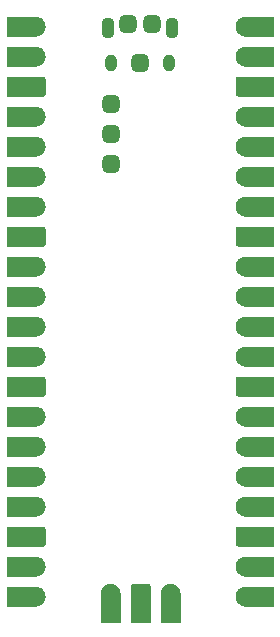
<source format=gbr>
%TF.GenerationSoftware,KiCad,Pcbnew,6.0.6-3a73a75311~116~ubuntu20.04.1*%
%TF.CreationDate,2022-07-30T23:38:08+12:00*%
%TF.ProjectId,keyboard,6b657962-6f61-4726-942e-6b696361645f,1*%
%TF.SameCoordinates,Original*%
%TF.FileFunction,Paste,Top*%
%TF.FilePolarity,Positive*%
%FSLAX46Y46*%
G04 Gerber Fmt 4.6, Leading zero omitted, Abs format (unit mm)*
G04 Created by KiCad (PCBNEW 6.0.6-3a73a75311~116~ubuntu20.04.1) date 2022-07-30 23:38:08*
%MOMM*%
%LPD*%
G01*
G04 APERTURE LIST*
G04 Aperture macros list*
%AMRoundRect*
0 Rectangle with rounded corners*
0 $1 Rounding radius*
0 $2 $3 $4 $5 $6 $7 $8 $9 X,Y pos of 4 corners*
0 Add a 4 corners polygon primitive as box body*
4,1,4,$2,$3,$4,$5,$6,$7,$8,$9,$2,$3,0*
0 Add four circle primitives for the rounded corners*
1,1,$1+$1,$2,$3*
1,1,$1+$1,$4,$5*
1,1,$1+$1,$6,$7*
1,1,$1+$1,$8,$9*
0 Add four rect primitives between the rounded corners*
20,1,$1+$1,$2,$3,$4,$5,0*
20,1,$1+$1,$4,$5,$6,$7,0*
20,1,$1+$1,$6,$7,$8,$9,0*
20,1,$1+$1,$8,$9,$2,$3,0*%
G04 Aperture macros list end*
%ADD10C,0.010000*%
%ADD11O,1.100000X1.800000*%
%ADD12O,1.050000X1.450000*%
%ADD13RoundRect,0.450000X-0.300000X-0.300000X0.300000X-0.300000X0.300000X0.300000X-0.300000X0.300000X0*%
G04 APERTURE END LIST*
%TO.C,U1*%
G36*
X81042000Y-150101000D02*
G01*
X81084000Y-150104000D01*
X81125000Y-150110000D01*
X81166000Y-150117000D01*
X81207000Y-150127000D01*
X81247000Y-150139000D01*
X81287000Y-150153000D01*
X81325000Y-150169000D01*
X81363000Y-150187000D01*
X81400000Y-150207000D01*
X81436000Y-150229000D01*
X81470000Y-150253000D01*
X81503000Y-150278000D01*
X81535000Y-150305000D01*
X81566000Y-150334000D01*
X81595000Y-150365000D01*
X81622000Y-150397000D01*
X81647000Y-150430000D01*
X81671000Y-150464000D01*
X81693000Y-150500000D01*
X81713000Y-150537000D01*
X81731000Y-150575000D01*
X81747000Y-150613000D01*
X81761000Y-150653000D01*
X81773000Y-150693000D01*
X81783000Y-150734000D01*
X81790000Y-150775000D01*
X81796000Y-150816000D01*
X81799000Y-150858000D01*
X81800000Y-150900000D01*
X81799000Y-150942000D01*
X81796000Y-150984000D01*
X81790000Y-151025000D01*
X81783000Y-151066000D01*
X81773000Y-151107000D01*
X81761000Y-151147000D01*
X81747000Y-151187000D01*
X81731000Y-151225000D01*
X81713000Y-151263000D01*
X81693000Y-151300000D01*
X81671000Y-151336000D01*
X81647000Y-151370000D01*
X81622000Y-151403000D01*
X81595000Y-151435000D01*
X81566000Y-151466000D01*
X81535000Y-151495000D01*
X81503000Y-151522000D01*
X81470000Y-151547000D01*
X81436000Y-151571000D01*
X81400000Y-151593000D01*
X81363000Y-151613000D01*
X81325000Y-151631000D01*
X81287000Y-151647000D01*
X81247000Y-151661000D01*
X81207000Y-151673000D01*
X81166000Y-151683000D01*
X81125000Y-151690000D01*
X81084000Y-151696000D01*
X81042000Y-151699000D01*
X81000000Y-151700000D01*
X78600000Y-151700000D01*
X78600000Y-150100000D01*
X81000000Y-150100000D01*
X81042000Y-150101000D01*
G37*
D10*
X81042000Y-150101000D02*
X81084000Y-150104000D01*
X81125000Y-150110000D01*
X81166000Y-150117000D01*
X81207000Y-150127000D01*
X81247000Y-150139000D01*
X81287000Y-150153000D01*
X81325000Y-150169000D01*
X81363000Y-150187000D01*
X81400000Y-150207000D01*
X81436000Y-150229000D01*
X81470000Y-150253000D01*
X81503000Y-150278000D01*
X81535000Y-150305000D01*
X81566000Y-150334000D01*
X81595000Y-150365000D01*
X81622000Y-150397000D01*
X81647000Y-150430000D01*
X81671000Y-150464000D01*
X81693000Y-150500000D01*
X81713000Y-150537000D01*
X81731000Y-150575000D01*
X81747000Y-150613000D01*
X81761000Y-150653000D01*
X81773000Y-150693000D01*
X81783000Y-150734000D01*
X81790000Y-150775000D01*
X81796000Y-150816000D01*
X81799000Y-150858000D01*
X81800000Y-150900000D01*
X81799000Y-150942000D01*
X81796000Y-150984000D01*
X81790000Y-151025000D01*
X81783000Y-151066000D01*
X81773000Y-151107000D01*
X81761000Y-151147000D01*
X81747000Y-151187000D01*
X81731000Y-151225000D01*
X81713000Y-151263000D01*
X81693000Y-151300000D01*
X81671000Y-151336000D01*
X81647000Y-151370000D01*
X81622000Y-151403000D01*
X81595000Y-151435000D01*
X81566000Y-151466000D01*
X81535000Y-151495000D01*
X81503000Y-151522000D01*
X81470000Y-151547000D01*
X81436000Y-151571000D01*
X81400000Y-151593000D01*
X81363000Y-151613000D01*
X81325000Y-151631000D01*
X81287000Y-151647000D01*
X81247000Y-151661000D01*
X81207000Y-151673000D01*
X81166000Y-151683000D01*
X81125000Y-151690000D01*
X81084000Y-151696000D01*
X81042000Y-151699000D01*
X81000000Y-151700000D01*
X78600000Y-151700000D01*
X78600000Y-150100000D01*
X81000000Y-150100000D01*
X81042000Y-150101000D01*
G36*
X81621000Y-178041000D02*
G01*
X81631000Y-178042000D01*
X81642000Y-178044000D01*
X81672000Y-178053000D01*
X81681000Y-178057000D01*
X81691000Y-178062000D01*
X81709000Y-178072000D01*
X81718000Y-178078000D01*
X81726000Y-178085000D01*
X81734000Y-178091000D01*
X81741000Y-178099000D01*
X81749000Y-178106000D01*
X81755000Y-178114000D01*
X81762000Y-178122000D01*
X81768000Y-178131000D01*
X81778000Y-178149000D01*
X81783000Y-178159000D01*
X81787000Y-178168000D01*
X81796000Y-178198000D01*
X81798000Y-178209000D01*
X81799000Y-178219000D01*
X81800000Y-178230000D01*
X81800000Y-179450000D01*
X81799000Y-179461000D01*
X81798000Y-179471000D01*
X81796000Y-179482000D01*
X81787000Y-179512000D01*
X81783000Y-179521000D01*
X81778000Y-179531000D01*
X81768000Y-179549000D01*
X81762000Y-179558000D01*
X81755000Y-179566000D01*
X81749000Y-179574000D01*
X81741000Y-179581000D01*
X81734000Y-179589000D01*
X81726000Y-179595000D01*
X81718000Y-179602000D01*
X81709000Y-179608000D01*
X81691000Y-179618000D01*
X81681000Y-179623000D01*
X81672000Y-179627000D01*
X81642000Y-179636000D01*
X81631000Y-179638000D01*
X81621000Y-179639000D01*
X81610000Y-179640000D01*
X78600000Y-179640000D01*
X78600000Y-178040000D01*
X81610000Y-178040000D01*
X81621000Y-178041000D01*
G37*
X81621000Y-178041000D02*
X81631000Y-178042000D01*
X81642000Y-178044000D01*
X81672000Y-178053000D01*
X81681000Y-178057000D01*
X81691000Y-178062000D01*
X81709000Y-178072000D01*
X81718000Y-178078000D01*
X81726000Y-178085000D01*
X81734000Y-178091000D01*
X81741000Y-178099000D01*
X81749000Y-178106000D01*
X81755000Y-178114000D01*
X81762000Y-178122000D01*
X81768000Y-178131000D01*
X81778000Y-178149000D01*
X81783000Y-178159000D01*
X81787000Y-178168000D01*
X81796000Y-178198000D01*
X81798000Y-178209000D01*
X81799000Y-178219000D01*
X81800000Y-178230000D01*
X81800000Y-179450000D01*
X81799000Y-179461000D01*
X81798000Y-179471000D01*
X81796000Y-179482000D01*
X81787000Y-179512000D01*
X81783000Y-179521000D01*
X81778000Y-179531000D01*
X81768000Y-179549000D01*
X81762000Y-179558000D01*
X81755000Y-179566000D01*
X81749000Y-179574000D01*
X81741000Y-179581000D01*
X81734000Y-179589000D01*
X81726000Y-179595000D01*
X81718000Y-179602000D01*
X81709000Y-179608000D01*
X81691000Y-179618000D01*
X81681000Y-179623000D01*
X81672000Y-179627000D01*
X81642000Y-179636000D01*
X81631000Y-179638000D01*
X81621000Y-179639000D01*
X81610000Y-179640000D01*
X78600000Y-179640000D01*
X78600000Y-178040000D01*
X81610000Y-178040000D01*
X81621000Y-178041000D01*
G36*
X81042000Y-180581000D02*
G01*
X81084000Y-180584000D01*
X81125000Y-180590000D01*
X81166000Y-180597000D01*
X81207000Y-180607000D01*
X81247000Y-180619000D01*
X81287000Y-180633000D01*
X81325000Y-180649000D01*
X81363000Y-180667000D01*
X81400000Y-180687000D01*
X81436000Y-180709000D01*
X81470000Y-180733000D01*
X81503000Y-180758000D01*
X81535000Y-180785000D01*
X81566000Y-180814000D01*
X81595000Y-180845000D01*
X81622000Y-180877000D01*
X81647000Y-180910000D01*
X81671000Y-180944000D01*
X81693000Y-180980000D01*
X81713000Y-181017000D01*
X81731000Y-181055000D01*
X81747000Y-181093000D01*
X81761000Y-181133000D01*
X81773000Y-181173000D01*
X81783000Y-181214000D01*
X81790000Y-181255000D01*
X81796000Y-181296000D01*
X81799000Y-181338000D01*
X81800000Y-181380000D01*
X81799000Y-181422000D01*
X81796000Y-181464000D01*
X81790000Y-181505000D01*
X81783000Y-181546000D01*
X81773000Y-181587000D01*
X81761000Y-181627000D01*
X81747000Y-181667000D01*
X81731000Y-181705000D01*
X81713000Y-181743000D01*
X81693000Y-181780000D01*
X81671000Y-181816000D01*
X81647000Y-181850000D01*
X81622000Y-181883000D01*
X81595000Y-181915000D01*
X81566000Y-181946000D01*
X81535000Y-181975000D01*
X81503000Y-182002000D01*
X81470000Y-182027000D01*
X81436000Y-182051000D01*
X81400000Y-182073000D01*
X81363000Y-182093000D01*
X81325000Y-182111000D01*
X81287000Y-182127000D01*
X81247000Y-182141000D01*
X81207000Y-182153000D01*
X81166000Y-182163000D01*
X81125000Y-182170000D01*
X81084000Y-182176000D01*
X81042000Y-182179000D01*
X81000000Y-182180000D01*
X78600000Y-182180000D01*
X78600000Y-180580000D01*
X81000000Y-180580000D01*
X81042000Y-180581000D01*
G37*
X81042000Y-180581000D02*
X81084000Y-180584000D01*
X81125000Y-180590000D01*
X81166000Y-180597000D01*
X81207000Y-180607000D01*
X81247000Y-180619000D01*
X81287000Y-180633000D01*
X81325000Y-180649000D01*
X81363000Y-180667000D01*
X81400000Y-180687000D01*
X81436000Y-180709000D01*
X81470000Y-180733000D01*
X81503000Y-180758000D01*
X81535000Y-180785000D01*
X81566000Y-180814000D01*
X81595000Y-180845000D01*
X81622000Y-180877000D01*
X81647000Y-180910000D01*
X81671000Y-180944000D01*
X81693000Y-180980000D01*
X81713000Y-181017000D01*
X81731000Y-181055000D01*
X81747000Y-181093000D01*
X81761000Y-181133000D01*
X81773000Y-181173000D01*
X81783000Y-181214000D01*
X81790000Y-181255000D01*
X81796000Y-181296000D01*
X81799000Y-181338000D01*
X81800000Y-181380000D01*
X81799000Y-181422000D01*
X81796000Y-181464000D01*
X81790000Y-181505000D01*
X81783000Y-181546000D01*
X81773000Y-181587000D01*
X81761000Y-181627000D01*
X81747000Y-181667000D01*
X81731000Y-181705000D01*
X81713000Y-181743000D01*
X81693000Y-181780000D01*
X81671000Y-181816000D01*
X81647000Y-181850000D01*
X81622000Y-181883000D01*
X81595000Y-181915000D01*
X81566000Y-181946000D01*
X81535000Y-181975000D01*
X81503000Y-182002000D01*
X81470000Y-182027000D01*
X81436000Y-182051000D01*
X81400000Y-182073000D01*
X81363000Y-182093000D01*
X81325000Y-182111000D01*
X81287000Y-182127000D01*
X81247000Y-182141000D01*
X81207000Y-182153000D01*
X81166000Y-182163000D01*
X81125000Y-182170000D01*
X81084000Y-182176000D01*
X81042000Y-182179000D01*
X81000000Y-182180000D01*
X78600000Y-182180000D01*
X78600000Y-180580000D01*
X81000000Y-180580000D01*
X81042000Y-180581000D01*
G36*
X81042000Y-134861000D02*
G01*
X81084000Y-134864000D01*
X81125000Y-134870000D01*
X81166000Y-134877000D01*
X81207000Y-134887000D01*
X81247000Y-134899000D01*
X81287000Y-134913000D01*
X81325000Y-134929000D01*
X81363000Y-134947000D01*
X81400000Y-134967000D01*
X81436000Y-134989000D01*
X81470000Y-135013000D01*
X81503000Y-135038000D01*
X81535000Y-135065000D01*
X81566000Y-135094000D01*
X81595000Y-135125000D01*
X81622000Y-135157000D01*
X81647000Y-135190000D01*
X81671000Y-135224000D01*
X81693000Y-135260000D01*
X81713000Y-135297000D01*
X81731000Y-135335000D01*
X81747000Y-135373000D01*
X81761000Y-135413000D01*
X81773000Y-135453000D01*
X81783000Y-135494000D01*
X81790000Y-135535000D01*
X81796000Y-135576000D01*
X81799000Y-135618000D01*
X81800000Y-135660000D01*
X81799000Y-135702000D01*
X81796000Y-135744000D01*
X81790000Y-135785000D01*
X81783000Y-135826000D01*
X81773000Y-135867000D01*
X81761000Y-135907000D01*
X81747000Y-135947000D01*
X81731000Y-135985000D01*
X81713000Y-136023000D01*
X81693000Y-136060000D01*
X81671000Y-136096000D01*
X81647000Y-136130000D01*
X81622000Y-136163000D01*
X81595000Y-136195000D01*
X81566000Y-136226000D01*
X81535000Y-136255000D01*
X81503000Y-136282000D01*
X81470000Y-136307000D01*
X81436000Y-136331000D01*
X81400000Y-136353000D01*
X81363000Y-136373000D01*
X81325000Y-136391000D01*
X81287000Y-136407000D01*
X81247000Y-136421000D01*
X81207000Y-136433000D01*
X81166000Y-136443000D01*
X81125000Y-136450000D01*
X81084000Y-136456000D01*
X81042000Y-136459000D01*
X81000000Y-136460000D01*
X78600000Y-136460000D01*
X78600000Y-134860000D01*
X81000000Y-134860000D01*
X81042000Y-134861000D01*
G37*
X81042000Y-134861000D02*
X81084000Y-134864000D01*
X81125000Y-134870000D01*
X81166000Y-134877000D01*
X81207000Y-134887000D01*
X81247000Y-134899000D01*
X81287000Y-134913000D01*
X81325000Y-134929000D01*
X81363000Y-134947000D01*
X81400000Y-134967000D01*
X81436000Y-134989000D01*
X81470000Y-135013000D01*
X81503000Y-135038000D01*
X81535000Y-135065000D01*
X81566000Y-135094000D01*
X81595000Y-135125000D01*
X81622000Y-135157000D01*
X81647000Y-135190000D01*
X81671000Y-135224000D01*
X81693000Y-135260000D01*
X81713000Y-135297000D01*
X81731000Y-135335000D01*
X81747000Y-135373000D01*
X81761000Y-135413000D01*
X81773000Y-135453000D01*
X81783000Y-135494000D01*
X81790000Y-135535000D01*
X81796000Y-135576000D01*
X81799000Y-135618000D01*
X81800000Y-135660000D01*
X81799000Y-135702000D01*
X81796000Y-135744000D01*
X81790000Y-135785000D01*
X81783000Y-135826000D01*
X81773000Y-135867000D01*
X81761000Y-135907000D01*
X81747000Y-135947000D01*
X81731000Y-135985000D01*
X81713000Y-136023000D01*
X81693000Y-136060000D01*
X81671000Y-136096000D01*
X81647000Y-136130000D01*
X81622000Y-136163000D01*
X81595000Y-136195000D01*
X81566000Y-136226000D01*
X81535000Y-136255000D01*
X81503000Y-136282000D01*
X81470000Y-136307000D01*
X81436000Y-136331000D01*
X81400000Y-136353000D01*
X81363000Y-136373000D01*
X81325000Y-136391000D01*
X81287000Y-136407000D01*
X81247000Y-136421000D01*
X81207000Y-136433000D01*
X81166000Y-136443000D01*
X81125000Y-136450000D01*
X81084000Y-136456000D01*
X81042000Y-136459000D01*
X81000000Y-136460000D01*
X78600000Y-136460000D01*
X78600000Y-134860000D01*
X81000000Y-134860000D01*
X81042000Y-134861000D01*
G36*
X81042000Y-162801000D02*
G01*
X81084000Y-162804000D01*
X81125000Y-162810000D01*
X81166000Y-162817000D01*
X81207000Y-162827000D01*
X81247000Y-162839000D01*
X81287000Y-162853000D01*
X81325000Y-162869000D01*
X81363000Y-162887000D01*
X81400000Y-162907000D01*
X81436000Y-162929000D01*
X81470000Y-162953000D01*
X81503000Y-162978000D01*
X81535000Y-163005000D01*
X81566000Y-163034000D01*
X81595000Y-163065000D01*
X81622000Y-163097000D01*
X81647000Y-163130000D01*
X81671000Y-163164000D01*
X81693000Y-163200000D01*
X81713000Y-163237000D01*
X81731000Y-163275000D01*
X81747000Y-163313000D01*
X81761000Y-163353000D01*
X81773000Y-163393000D01*
X81783000Y-163434000D01*
X81790000Y-163475000D01*
X81796000Y-163516000D01*
X81799000Y-163558000D01*
X81800000Y-163600000D01*
X81799000Y-163642000D01*
X81796000Y-163684000D01*
X81790000Y-163725000D01*
X81783000Y-163766000D01*
X81773000Y-163807000D01*
X81761000Y-163847000D01*
X81747000Y-163887000D01*
X81731000Y-163925000D01*
X81713000Y-163963000D01*
X81693000Y-164000000D01*
X81671000Y-164036000D01*
X81647000Y-164070000D01*
X81622000Y-164103000D01*
X81595000Y-164135000D01*
X81566000Y-164166000D01*
X81535000Y-164195000D01*
X81503000Y-164222000D01*
X81470000Y-164247000D01*
X81436000Y-164271000D01*
X81400000Y-164293000D01*
X81363000Y-164313000D01*
X81325000Y-164331000D01*
X81287000Y-164347000D01*
X81247000Y-164361000D01*
X81207000Y-164373000D01*
X81166000Y-164383000D01*
X81125000Y-164390000D01*
X81084000Y-164396000D01*
X81042000Y-164399000D01*
X81000000Y-164400000D01*
X78600000Y-164400000D01*
X78600000Y-162800000D01*
X81000000Y-162800000D01*
X81042000Y-162801000D01*
G37*
X81042000Y-162801000D02*
X81084000Y-162804000D01*
X81125000Y-162810000D01*
X81166000Y-162817000D01*
X81207000Y-162827000D01*
X81247000Y-162839000D01*
X81287000Y-162853000D01*
X81325000Y-162869000D01*
X81363000Y-162887000D01*
X81400000Y-162907000D01*
X81436000Y-162929000D01*
X81470000Y-162953000D01*
X81503000Y-162978000D01*
X81535000Y-163005000D01*
X81566000Y-163034000D01*
X81595000Y-163065000D01*
X81622000Y-163097000D01*
X81647000Y-163130000D01*
X81671000Y-163164000D01*
X81693000Y-163200000D01*
X81713000Y-163237000D01*
X81731000Y-163275000D01*
X81747000Y-163313000D01*
X81761000Y-163353000D01*
X81773000Y-163393000D01*
X81783000Y-163434000D01*
X81790000Y-163475000D01*
X81796000Y-163516000D01*
X81799000Y-163558000D01*
X81800000Y-163600000D01*
X81799000Y-163642000D01*
X81796000Y-163684000D01*
X81790000Y-163725000D01*
X81783000Y-163766000D01*
X81773000Y-163807000D01*
X81761000Y-163847000D01*
X81747000Y-163887000D01*
X81731000Y-163925000D01*
X81713000Y-163963000D01*
X81693000Y-164000000D01*
X81671000Y-164036000D01*
X81647000Y-164070000D01*
X81622000Y-164103000D01*
X81595000Y-164135000D01*
X81566000Y-164166000D01*
X81535000Y-164195000D01*
X81503000Y-164222000D01*
X81470000Y-164247000D01*
X81436000Y-164271000D01*
X81400000Y-164293000D01*
X81363000Y-164313000D01*
X81325000Y-164331000D01*
X81287000Y-164347000D01*
X81247000Y-164361000D01*
X81207000Y-164373000D01*
X81166000Y-164383000D01*
X81125000Y-164390000D01*
X81084000Y-164396000D01*
X81042000Y-164399000D01*
X81000000Y-164400000D01*
X78600000Y-164400000D01*
X78600000Y-162800000D01*
X81000000Y-162800000D01*
X81042000Y-162801000D01*
G36*
X101180000Y-174560000D02*
G01*
X98780000Y-174560000D01*
X98738000Y-174559000D01*
X98696000Y-174556000D01*
X98655000Y-174550000D01*
X98614000Y-174543000D01*
X98573000Y-174533000D01*
X98533000Y-174521000D01*
X98493000Y-174507000D01*
X98455000Y-174491000D01*
X98417000Y-174473000D01*
X98380000Y-174453000D01*
X98344000Y-174431000D01*
X98310000Y-174407000D01*
X98277000Y-174382000D01*
X98245000Y-174355000D01*
X98214000Y-174326000D01*
X98185000Y-174295000D01*
X98158000Y-174263000D01*
X98133000Y-174230000D01*
X98109000Y-174196000D01*
X98087000Y-174160000D01*
X98067000Y-174123000D01*
X98049000Y-174085000D01*
X98033000Y-174047000D01*
X98019000Y-174007000D01*
X98007000Y-173967000D01*
X97997000Y-173926000D01*
X97990000Y-173885000D01*
X97984000Y-173844000D01*
X97981000Y-173802000D01*
X97980000Y-173760000D01*
X97981000Y-173718000D01*
X97984000Y-173676000D01*
X97990000Y-173635000D01*
X97997000Y-173594000D01*
X98007000Y-173553000D01*
X98019000Y-173513000D01*
X98033000Y-173473000D01*
X98049000Y-173435000D01*
X98067000Y-173397000D01*
X98087000Y-173360000D01*
X98109000Y-173324000D01*
X98133000Y-173290000D01*
X98158000Y-173257000D01*
X98185000Y-173225000D01*
X98214000Y-173194000D01*
X98245000Y-173165000D01*
X98277000Y-173138000D01*
X98310000Y-173113000D01*
X98344000Y-173089000D01*
X98380000Y-173067000D01*
X98417000Y-173047000D01*
X98455000Y-173029000D01*
X98493000Y-173013000D01*
X98533000Y-172999000D01*
X98573000Y-172987000D01*
X98614000Y-172977000D01*
X98655000Y-172970000D01*
X98696000Y-172964000D01*
X98738000Y-172961000D01*
X98780000Y-172960000D01*
X101180000Y-172960000D01*
X101180000Y-174560000D01*
G37*
X101180000Y-174560000D02*
X98780000Y-174560000D01*
X98738000Y-174559000D01*
X98696000Y-174556000D01*
X98655000Y-174550000D01*
X98614000Y-174543000D01*
X98573000Y-174533000D01*
X98533000Y-174521000D01*
X98493000Y-174507000D01*
X98455000Y-174491000D01*
X98417000Y-174473000D01*
X98380000Y-174453000D01*
X98344000Y-174431000D01*
X98310000Y-174407000D01*
X98277000Y-174382000D01*
X98245000Y-174355000D01*
X98214000Y-174326000D01*
X98185000Y-174295000D01*
X98158000Y-174263000D01*
X98133000Y-174230000D01*
X98109000Y-174196000D01*
X98087000Y-174160000D01*
X98067000Y-174123000D01*
X98049000Y-174085000D01*
X98033000Y-174047000D01*
X98019000Y-174007000D01*
X98007000Y-173967000D01*
X97997000Y-173926000D01*
X97990000Y-173885000D01*
X97984000Y-173844000D01*
X97981000Y-173802000D01*
X97980000Y-173760000D01*
X97981000Y-173718000D01*
X97984000Y-173676000D01*
X97990000Y-173635000D01*
X97997000Y-173594000D01*
X98007000Y-173553000D01*
X98019000Y-173513000D01*
X98033000Y-173473000D01*
X98049000Y-173435000D01*
X98067000Y-173397000D01*
X98087000Y-173360000D01*
X98109000Y-173324000D01*
X98133000Y-173290000D01*
X98158000Y-173257000D01*
X98185000Y-173225000D01*
X98214000Y-173194000D01*
X98245000Y-173165000D01*
X98277000Y-173138000D01*
X98310000Y-173113000D01*
X98344000Y-173089000D01*
X98380000Y-173067000D01*
X98417000Y-173047000D01*
X98455000Y-173029000D01*
X98493000Y-173013000D01*
X98533000Y-172999000D01*
X98573000Y-172987000D01*
X98614000Y-172977000D01*
X98655000Y-172970000D01*
X98696000Y-172964000D01*
X98738000Y-172961000D01*
X98780000Y-172960000D01*
X101180000Y-172960000D01*
X101180000Y-174560000D01*
G36*
X92472000Y-182891000D02*
G01*
X92514000Y-182894000D01*
X92555000Y-182900000D01*
X92596000Y-182907000D01*
X92637000Y-182917000D01*
X92677000Y-182929000D01*
X92717000Y-182943000D01*
X92755000Y-182959000D01*
X92793000Y-182977000D01*
X92830000Y-182997000D01*
X92866000Y-183019000D01*
X92900000Y-183043000D01*
X92933000Y-183068000D01*
X92965000Y-183095000D01*
X92996000Y-183124000D01*
X93025000Y-183155000D01*
X93052000Y-183187000D01*
X93077000Y-183220000D01*
X93101000Y-183254000D01*
X93123000Y-183290000D01*
X93143000Y-183327000D01*
X93161000Y-183365000D01*
X93177000Y-183403000D01*
X93191000Y-183443000D01*
X93203000Y-183483000D01*
X93213000Y-183524000D01*
X93220000Y-183565000D01*
X93226000Y-183606000D01*
X93229000Y-183648000D01*
X93230000Y-183690000D01*
X93230000Y-186090000D01*
X91630000Y-186090000D01*
X91630000Y-183690000D01*
X91631000Y-183648000D01*
X91634000Y-183606000D01*
X91640000Y-183565000D01*
X91647000Y-183524000D01*
X91657000Y-183483000D01*
X91669000Y-183443000D01*
X91683000Y-183403000D01*
X91699000Y-183365000D01*
X91717000Y-183327000D01*
X91737000Y-183290000D01*
X91759000Y-183254000D01*
X91783000Y-183220000D01*
X91808000Y-183187000D01*
X91835000Y-183155000D01*
X91864000Y-183124000D01*
X91895000Y-183095000D01*
X91927000Y-183068000D01*
X91960000Y-183043000D01*
X91994000Y-183019000D01*
X92030000Y-182997000D01*
X92067000Y-182977000D01*
X92105000Y-182959000D01*
X92143000Y-182943000D01*
X92183000Y-182929000D01*
X92223000Y-182917000D01*
X92264000Y-182907000D01*
X92305000Y-182900000D01*
X92346000Y-182894000D01*
X92388000Y-182891000D01*
X92430000Y-182890000D01*
X92472000Y-182891000D01*
G37*
X92472000Y-182891000D02*
X92514000Y-182894000D01*
X92555000Y-182900000D01*
X92596000Y-182907000D01*
X92637000Y-182917000D01*
X92677000Y-182929000D01*
X92717000Y-182943000D01*
X92755000Y-182959000D01*
X92793000Y-182977000D01*
X92830000Y-182997000D01*
X92866000Y-183019000D01*
X92900000Y-183043000D01*
X92933000Y-183068000D01*
X92965000Y-183095000D01*
X92996000Y-183124000D01*
X93025000Y-183155000D01*
X93052000Y-183187000D01*
X93077000Y-183220000D01*
X93101000Y-183254000D01*
X93123000Y-183290000D01*
X93143000Y-183327000D01*
X93161000Y-183365000D01*
X93177000Y-183403000D01*
X93191000Y-183443000D01*
X93203000Y-183483000D01*
X93213000Y-183524000D01*
X93220000Y-183565000D01*
X93226000Y-183606000D01*
X93229000Y-183648000D01*
X93230000Y-183690000D01*
X93230000Y-186090000D01*
X91630000Y-186090000D01*
X91630000Y-183690000D01*
X91631000Y-183648000D01*
X91634000Y-183606000D01*
X91640000Y-183565000D01*
X91647000Y-183524000D01*
X91657000Y-183483000D01*
X91669000Y-183443000D01*
X91683000Y-183403000D01*
X91699000Y-183365000D01*
X91717000Y-183327000D01*
X91737000Y-183290000D01*
X91759000Y-183254000D01*
X91783000Y-183220000D01*
X91808000Y-183187000D01*
X91835000Y-183155000D01*
X91864000Y-183124000D01*
X91895000Y-183095000D01*
X91927000Y-183068000D01*
X91960000Y-183043000D01*
X91994000Y-183019000D01*
X92030000Y-182997000D01*
X92067000Y-182977000D01*
X92105000Y-182959000D01*
X92143000Y-182943000D01*
X92183000Y-182929000D01*
X92223000Y-182917000D01*
X92264000Y-182907000D01*
X92305000Y-182900000D01*
X92346000Y-182894000D01*
X92388000Y-182891000D01*
X92430000Y-182890000D01*
X92472000Y-182891000D01*
G36*
X81042000Y-167881000D02*
G01*
X81084000Y-167884000D01*
X81125000Y-167890000D01*
X81166000Y-167897000D01*
X81207000Y-167907000D01*
X81247000Y-167919000D01*
X81287000Y-167933000D01*
X81325000Y-167949000D01*
X81363000Y-167967000D01*
X81400000Y-167987000D01*
X81436000Y-168009000D01*
X81470000Y-168033000D01*
X81503000Y-168058000D01*
X81535000Y-168085000D01*
X81566000Y-168114000D01*
X81595000Y-168145000D01*
X81622000Y-168177000D01*
X81647000Y-168210000D01*
X81671000Y-168244000D01*
X81693000Y-168280000D01*
X81713000Y-168317000D01*
X81731000Y-168355000D01*
X81747000Y-168393000D01*
X81761000Y-168433000D01*
X81773000Y-168473000D01*
X81783000Y-168514000D01*
X81790000Y-168555000D01*
X81796000Y-168596000D01*
X81799000Y-168638000D01*
X81800000Y-168680000D01*
X81799000Y-168722000D01*
X81796000Y-168764000D01*
X81790000Y-168805000D01*
X81783000Y-168846000D01*
X81773000Y-168887000D01*
X81761000Y-168927000D01*
X81747000Y-168967000D01*
X81731000Y-169005000D01*
X81713000Y-169043000D01*
X81693000Y-169080000D01*
X81671000Y-169116000D01*
X81647000Y-169150000D01*
X81622000Y-169183000D01*
X81595000Y-169215000D01*
X81566000Y-169246000D01*
X81535000Y-169275000D01*
X81503000Y-169302000D01*
X81470000Y-169327000D01*
X81436000Y-169351000D01*
X81400000Y-169373000D01*
X81363000Y-169393000D01*
X81325000Y-169411000D01*
X81287000Y-169427000D01*
X81247000Y-169441000D01*
X81207000Y-169453000D01*
X81166000Y-169463000D01*
X81125000Y-169470000D01*
X81084000Y-169476000D01*
X81042000Y-169479000D01*
X81000000Y-169480000D01*
X78600000Y-169480000D01*
X78600000Y-167880000D01*
X81000000Y-167880000D01*
X81042000Y-167881000D01*
G37*
X81042000Y-167881000D02*
X81084000Y-167884000D01*
X81125000Y-167890000D01*
X81166000Y-167897000D01*
X81207000Y-167907000D01*
X81247000Y-167919000D01*
X81287000Y-167933000D01*
X81325000Y-167949000D01*
X81363000Y-167967000D01*
X81400000Y-167987000D01*
X81436000Y-168009000D01*
X81470000Y-168033000D01*
X81503000Y-168058000D01*
X81535000Y-168085000D01*
X81566000Y-168114000D01*
X81595000Y-168145000D01*
X81622000Y-168177000D01*
X81647000Y-168210000D01*
X81671000Y-168244000D01*
X81693000Y-168280000D01*
X81713000Y-168317000D01*
X81731000Y-168355000D01*
X81747000Y-168393000D01*
X81761000Y-168433000D01*
X81773000Y-168473000D01*
X81783000Y-168514000D01*
X81790000Y-168555000D01*
X81796000Y-168596000D01*
X81799000Y-168638000D01*
X81800000Y-168680000D01*
X81799000Y-168722000D01*
X81796000Y-168764000D01*
X81790000Y-168805000D01*
X81783000Y-168846000D01*
X81773000Y-168887000D01*
X81761000Y-168927000D01*
X81747000Y-168967000D01*
X81731000Y-169005000D01*
X81713000Y-169043000D01*
X81693000Y-169080000D01*
X81671000Y-169116000D01*
X81647000Y-169150000D01*
X81622000Y-169183000D01*
X81595000Y-169215000D01*
X81566000Y-169246000D01*
X81535000Y-169275000D01*
X81503000Y-169302000D01*
X81470000Y-169327000D01*
X81436000Y-169351000D01*
X81400000Y-169373000D01*
X81363000Y-169393000D01*
X81325000Y-169411000D01*
X81287000Y-169427000D01*
X81247000Y-169441000D01*
X81207000Y-169453000D01*
X81166000Y-169463000D01*
X81125000Y-169470000D01*
X81084000Y-169476000D01*
X81042000Y-169479000D01*
X81000000Y-169480000D01*
X78600000Y-169480000D01*
X78600000Y-167880000D01*
X81000000Y-167880000D01*
X81042000Y-167881000D01*
G36*
X101180000Y-139000000D02*
G01*
X98780000Y-139000000D01*
X98738000Y-138999000D01*
X98696000Y-138996000D01*
X98655000Y-138990000D01*
X98614000Y-138983000D01*
X98573000Y-138973000D01*
X98533000Y-138961000D01*
X98493000Y-138947000D01*
X98455000Y-138931000D01*
X98417000Y-138913000D01*
X98380000Y-138893000D01*
X98344000Y-138871000D01*
X98310000Y-138847000D01*
X98277000Y-138822000D01*
X98245000Y-138795000D01*
X98214000Y-138766000D01*
X98185000Y-138735000D01*
X98158000Y-138703000D01*
X98133000Y-138670000D01*
X98109000Y-138636000D01*
X98087000Y-138600000D01*
X98067000Y-138563000D01*
X98049000Y-138525000D01*
X98033000Y-138487000D01*
X98019000Y-138447000D01*
X98007000Y-138407000D01*
X97997000Y-138366000D01*
X97990000Y-138325000D01*
X97984000Y-138284000D01*
X97981000Y-138242000D01*
X97980000Y-138200000D01*
X97981000Y-138158000D01*
X97984000Y-138116000D01*
X97990000Y-138075000D01*
X97997000Y-138034000D01*
X98007000Y-137993000D01*
X98019000Y-137953000D01*
X98033000Y-137913000D01*
X98049000Y-137875000D01*
X98067000Y-137837000D01*
X98087000Y-137800000D01*
X98109000Y-137764000D01*
X98133000Y-137730000D01*
X98158000Y-137697000D01*
X98185000Y-137665000D01*
X98214000Y-137634000D01*
X98245000Y-137605000D01*
X98277000Y-137578000D01*
X98310000Y-137553000D01*
X98344000Y-137529000D01*
X98380000Y-137507000D01*
X98417000Y-137487000D01*
X98455000Y-137469000D01*
X98493000Y-137453000D01*
X98533000Y-137439000D01*
X98573000Y-137427000D01*
X98614000Y-137417000D01*
X98655000Y-137410000D01*
X98696000Y-137404000D01*
X98738000Y-137401000D01*
X98780000Y-137400000D01*
X101180000Y-137400000D01*
X101180000Y-139000000D01*
G37*
X101180000Y-139000000D02*
X98780000Y-139000000D01*
X98738000Y-138999000D01*
X98696000Y-138996000D01*
X98655000Y-138990000D01*
X98614000Y-138983000D01*
X98573000Y-138973000D01*
X98533000Y-138961000D01*
X98493000Y-138947000D01*
X98455000Y-138931000D01*
X98417000Y-138913000D01*
X98380000Y-138893000D01*
X98344000Y-138871000D01*
X98310000Y-138847000D01*
X98277000Y-138822000D01*
X98245000Y-138795000D01*
X98214000Y-138766000D01*
X98185000Y-138735000D01*
X98158000Y-138703000D01*
X98133000Y-138670000D01*
X98109000Y-138636000D01*
X98087000Y-138600000D01*
X98067000Y-138563000D01*
X98049000Y-138525000D01*
X98033000Y-138487000D01*
X98019000Y-138447000D01*
X98007000Y-138407000D01*
X97997000Y-138366000D01*
X97990000Y-138325000D01*
X97984000Y-138284000D01*
X97981000Y-138242000D01*
X97980000Y-138200000D01*
X97981000Y-138158000D01*
X97984000Y-138116000D01*
X97990000Y-138075000D01*
X97997000Y-138034000D01*
X98007000Y-137993000D01*
X98019000Y-137953000D01*
X98033000Y-137913000D01*
X98049000Y-137875000D01*
X98067000Y-137837000D01*
X98087000Y-137800000D01*
X98109000Y-137764000D01*
X98133000Y-137730000D01*
X98158000Y-137697000D01*
X98185000Y-137665000D01*
X98214000Y-137634000D01*
X98245000Y-137605000D01*
X98277000Y-137578000D01*
X98310000Y-137553000D01*
X98344000Y-137529000D01*
X98380000Y-137507000D01*
X98417000Y-137487000D01*
X98455000Y-137469000D01*
X98493000Y-137453000D01*
X98533000Y-137439000D01*
X98573000Y-137427000D01*
X98614000Y-137417000D01*
X98655000Y-137410000D01*
X98696000Y-137404000D01*
X98738000Y-137401000D01*
X98780000Y-137400000D01*
X101180000Y-137400000D01*
X101180000Y-139000000D01*
G36*
X101180000Y-166940000D02*
G01*
X98170000Y-166940000D01*
X98159000Y-166939000D01*
X98149000Y-166938000D01*
X98138000Y-166936000D01*
X98108000Y-166927000D01*
X98099000Y-166923000D01*
X98089000Y-166918000D01*
X98071000Y-166908000D01*
X98062000Y-166902000D01*
X98054000Y-166895000D01*
X98046000Y-166889000D01*
X98039000Y-166881000D01*
X98031000Y-166874000D01*
X98025000Y-166866000D01*
X98018000Y-166858000D01*
X98012000Y-166849000D01*
X98002000Y-166831000D01*
X97997000Y-166821000D01*
X97993000Y-166812000D01*
X97984000Y-166782000D01*
X97982000Y-166771000D01*
X97981000Y-166761000D01*
X97980000Y-166750000D01*
X97980000Y-165530000D01*
X97981000Y-165519000D01*
X97982000Y-165509000D01*
X97984000Y-165498000D01*
X97993000Y-165468000D01*
X97997000Y-165459000D01*
X98002000Y-165449000D01*
X98012000Y-165431000D01*
X98018000Y-165422000D01*
X98025000Y-165414000D01*
X98031000Y-165406000D01*
X98039000Y-165399000D01*
X98046000Y-165391000D01*
X98054000Y-165385000D01*
X98062000Y-165378000D01*
X98071000Y-165372000D01*
X98089000Y-165362000D01*
X98099000Y-165357000D01*
X98108000Y-165353000D01*
X98138000Y-165344000D01*
X98149000Y-165342000D01*
X98159000Y-165341000D01*
X98170000Y-165340000D01*
X101180000Y-165340000D01*
X101180000Y-166940000D01*
G37*
X101180000Y-166940000D02*
X98170000Y-166940000D01*
X98159000Y-166939000D01*
X98149000Y-166938000D01*
X98138000Y-166936000D01*
X98108000Y-166927000D01*
X98099000Y-166923000D01*
X98089000Y-166918000D01*
X98071000Y-166908000D01*
X98062000Y-166902000D01*
X98054000Y-166895000D01*
X98046000Y-166889000D01*
X98039000Y-166881000D01*
X98031000Y-166874000D01*
X98025000Y-166866000D01*
X98018000Y-166858000D01*
X98012000Y-166849000D01*
X98002000Y-166831000D01*
X97997000Y-166821000D01*
X97993000Y-166812000D01*
X97984000Y-166782000D01*
X97982000Y-166771000D01*
X97981000Y-166761000D01*
X97980000Y-166750000D01*
X97980000Y-165530000D01*
X97981000Y-165519000D01*
X97982000Y-165509000D01*
X97984000Y-165498000D01*
X97993000Y-165468000D01*
X97997000Y-165459000D01*
X98002000Y-165449000D01*
X98012000Y-165431000D01*
X98018000Y-165422000D01*
X98025000Y-165414000D01*
X98031000Y-165406000D01*
X98039000Y-165399000D01*
X98046000Y-165391000D01*
X98054000Y-165385000D01*
X98062000Y-165378000D01*
X98071000Y-165372000D01*
X98089000Y-165362000D01*
X98099000Y-165357000D01*
X98108000Y-165353000D01*
X98138000Y-165344000D01*
X98149000Y-165342000D01*
X98159000Y-165341000D01*
X98170000Y-165340000D01*
X101180000Y-165340000D01*
X101180000Y-166940000D01*
G36*
X101180000Y-164400000D02*
G01*
X98780000Y-164400000D01*
X98738000Y-164399000D01*
X98696000Y-164396000D01*
X98655000Y-164390000D01*
X98614000Y-164383000D01*
X98573000Y-164373000D01*
X98533000Y-164361000D01*
X98493000Y-164347000D01*
X98455000Y-164331000D01*
X98417000Y-164313000D01*
X98380000Y-164293000D01*
X98344000Y-164271000D01*
X98310000Y-164247000D01*
X98277000Y-164222000D01*
X98245000Y-164195000D01*
X98214000Y-164166000D01*
X98185000Y-164135000D01*
X98158000Y-164103000D01*
X98133000Y-164070000D01*
X98109000Y-164036000D01*
X98087000Y-164000000D01*
X98067000Y-163963000D01*
X98049000Y-163925000D01*
X98033000Y-163887000D01*
X98019000Y-163847000D01*
X98007000Y-163807000D01*
X97997000Y-163766000D01*
X97990000Y-163725000D01*
X97984000Y-163684000D01*
X97981000Y-163642000D01*
X97980000Y-163600000D01*
X97981000Y-163558000D01*
X97984000Y-163516000D01*
X97990000Y-163475000D01*
X97997000Y-163434000D01*
X98007000Y-163393000D01*
X98019000Y-163353000D01*
X98033000Y-163313000D01*
X98049000Y-163275000D01*
X98067000Y-163237000D01*
X98087000Y-163200000D01*
X98109000Y-163164000D01*
X98133000Y-163130000D01*
X98158000Y-163097000D01*
X98185000Y-163065000D01*
X98214000Y-163034000D01*
X98245000Y-163005000D01*
X98277000Y-162978000D01*
X98310000Y-162953000D01*
X98344000Y-162929000D01*
X98380000Y-162907000D01*
X98417000Y-162887000D01*
X98455000Y-162869000D01*
X98493000Y-162853000D01*
X98533000Y-162839000D01*
X98573000Y-162827000D01*
X98614000Y-162817000D01*
X98655000Y-162810000D01*
X98696000Y-162804000D01*
X98738000Y-162801000D01*
X98780000Y-162800000D01*
X101180000Y-162800000D01*
X101180000Y-164400000D01*
G37*
X101180000Y-164400000D02*
X98780000Y-164400000D01*
X98738000Y-164399000D01*
X98696000Y-164396000D01*
X98655000Y-164390000D01*
X98614000Y-164383000D01*
X98573000Y-164373000D01*
X98533000Y-164361000D01*
X98493000Y-164347000D01*
X98455000Y-164331000D01*
X98417000Y-164313000D01*
X98380000Y-164293000D01*
X98344000Y-164271000D01*
X98310000Y-164247000D01*
X98277000Y-164222000D01*
X98245000Y-164195000D01*
X98214000Y-164166000D01*
X98185000Y-164135000D01*
X98158000Y-164103000D01*
X98133000Y-164070000D01*
X98109000Y-164036000D01*
X98087000Y-164000000D01*
X98067000Y-163963000D01*
X98049000Y-163925000D01*
X98033000Y-163887000D01*
X98019000Y-163847000D01*
X98007000Y-163807000D01*
X97997000Y-163766000D01*
X97990000Y-163725000D01*
X97984000Y-163684000D01*
X97981000Y-163642000D01*
X97980000Y-163600000D01*
X97981000Y-163558000D01*
X97984000Y-163516000D01*
X97990000Y-163475000D01*
X97997000Y-163434000D01*
X98007000Y-163393000D01*
X98019000Y-163353000D01*
X98033000Y-163313000D01*
X98049000Y-163275000D01*
X98067000Y-163237000D01*
X98087000Y-163200000D01*
X98109000Y-163164000D01*
X98133000Y-163130000D01*
X98158000Y-163097000D01*
X98185000Y-163065000D01*
X98214000Y-163034000D01*
X98245000Y-163005000D01*
X98277000Y-162978000D01*
X98310000Y-162953000D01*
X98344000Y-162929000D01*
X98380000Y-162907000D01*
X98417000Y-162887000D01*
X98455000Y-162869000D01*
X98493000Y-162853000D01*
X98533000Y-162839000D01*
X98573000Y-162827000D01*
X98614000Y-162817000D01*
X98655000Y-162810000D01*
X98696000Y-162804000D01*
X98738000Y-162801000D01*
X98780000Y-162800000D01*
X101180000Y-162800000D01*
X101180000Y-164400000D01*
G36*
X101180000Y-156780000D02*
G01*
X98780000Y-156780000D01*
X98738000Y-156779000D01*
X98696000Y-156776000D01*
X98655000Y-156770000D01*
X98614000Y-156763000D01*
X98573000Y-156753000D01*
X98533000Y-156741000D01*
X98493000Y-156727000D01*
X98455000Y-156711000D01*
X98417000Y-156693000D01*
X98380000Y-156673000D01*
X98344000Y-156651000D01*
X98310000Y-156627000D01*
X98277000Y-156602000D01*
X98245000Y-156575000D01*
X98214000Y-156546000D01*
X98185000Y-156515000D01*
X98158000Y-156483000D01*
X98133000Y-156450000D01*
X98109000Y-156416000D01*
X98087000Y-156380000D01*
X98067000Y-156343000D01*
X98049000Y-156305000D01*
X98033000Y-156267000D01*
X98019000Y-156227000D01*
X98007000Y-156187000D01*
X97997000Y-156146000D01*
X97990000Y-156105000D01*
X97984000Y-156064000D01*
X97981000Y-156022000D01*
X97980000Y-155980000D01*
X97981000Y-155938000D01*
X97984000Y-155896000D01*
X97990000Y-155855000D01*
X97997000Y-155814000D01*
X98007000Y-155773000D01*
X98019000Y-155733000D01*
X98033000Y-155693000D01*
X98049000Y-155655000D01*
X98067000Y-155617000D01*
X98087000Y-155580000D01*
X98109000Y-155544000D01*
X98133000Y-155510000D01*
X98158000Y-155477000D01*
X98185000Y-155445000D01*
X98214000Y-155414000D01*
X98245000Y-155385000D01*
X98277000Y-155358000D01*
X98310000Y-155333000D01*
X98344000Y-155309000D01*
X98380000Y-155287000D01*
X98417000Y-155267000D01*
X98455000Y-155249000D01*
X98493000Y-155233000D01*
X98533000Y-155219000D01*
X98573000Y-155207000D01*
X98614000Y-155197000D01*
X98655000Y-155190000D01*
X98696000Y-155184000D01*
X98738000Y-155181000D01*
X98780000Y-155180000D01*
X101180000Y-155180000D01*
X101180000Y-156780000D01*
G37*
X101180000Y-156780000D02*
X98780000Y-156780000D01*
X98738000Y-156779000D01*
X98696000Y-156776000D01*
X98655000Y-156770000D01*
X98614000Y-156763000D01*
X98573000Y-156753000D01*
X98533000Y-156741000D01*
X98493000Y-156727000D01*
X98455000Y-156711000D01*
X98417000Y-156693000D01*
X98380000Y-156673000D01*
X98344000Y-156651000D01*
X98310000Y-156627000D01*
X98277000Y-156602000D01*
X98245000Y-156575000D01*
X98214000Y-156546000D01*
X98185000Y-156515000D01*
X98158000Y-156483000D01*
X98133000Y-156450000D01*
X98109000Y-156416000D01*
X98087000Y-156380000D01*
X98067000Y-156343000D01*
X98049000Y-156305000D01*
X98033000Y-156267000D01*
X98019000Y-156227000D01*
X98007000Y-156187000D01*
X97997000Y-156146000D01*
X97990000Y-156105000D01*
X97984000Y-156064000D01*
X97981000Y-156022000D01*
X97980000Y-155980000D01*
X97981000Y-155938000D01*
X97984000Y-155896000D01*
X97990000Y-155855000D01*
X97997000Y-155814000D01*
X98007000Y-155773000D01*
X98019000Y-155733000D01*
X98033000Y-155693000D01*
X98049000Y-155655000D01*
X98067000Y-155617000D01*
X98087000Y-155580000D01*
X98109000Y-155544000D01*
X98133000Y-155510000D01*
X98158000Y-155477000D01*
X98185000Y-155445000D01*
X98214000Y-155414000D01*
X98245000Y-155385000D01*
X98277000Y-155358000D01*
X98310000Y-155333000D01*
X98344000Y-155309000D01*
X98380000Y-155287000D01*
X98417000Y-155267000D01*
X98455000Y-155249000D01*
X98493000Y-155233000D01*
X98533000Y-155219000D01*
X98573000Y-155207000D01*
X98614000Y-155197000D01*
X98655000Y-155190000D01*
X98696000Y-155184000D01*
X98738000Y-155181000D01*
X98780000Y-155180000D01*
X101180000Y-155180000D01*
X101180000Y-156780000D01*
G36*
X87392000Y-182891000D02*
G01*
X87434000Y-182894000D01*
X87475000Y-182900000D01*
X87516000Y-182907000D01*
X87557000Y-182917000D01*
X87597000Y-182929000D01*
X87637000Y-182943000D01*
X87675000Y-182959000D01*
X87713000Y-182977000D01*
X87750000Y-182997000D01*
X87786000Y-183019000D01*
X87820000Y-183043000D01*
X87853000Y-183068000D01*
X87885000Y-183095000D01*
X87916000Y-183124000D01*
X87945000Y-183155000D01*
X87972000Y-183187000D01*
X87997000Y-183220000D01*
X88021000Y-183254000D01*
X88043000Y-183290000D01*
X88063000Y-183327000D01*
X88081000Y-183365000D01*
X88097000Y-183403000D01*
X88111000Y-183443000D01*
X88123000Y-183483000D01*
X88133000Y-183524000D01*
X88140000Y-183565000D01*
X88146000Y-183606000D01*
X88149000Y-183648000D01*
X88150000Y-183690000D01*
X88150000Y-186090000D01*
X86550000Y-186090000D01*
X86550000Y-183690000D01*
X86551000Y-183648000D01*
X86554000Y-183606000D01*
X86560000Y-183565000D01*
X86567000Y-183524000D01*
X86577000Y-183483000D01*
X86589000Y-183443000D01*
X86603000Y-183403000D01*
X86619000Y-183365000D01*
X86637000Y-183327000D01*
X86657000Y-183290000D01*
X86679000Y-183254000D01*
X86703000Y-183220000D01*
X86728000Y-183187000D01*
X86755000Y-183155000D01*
X86784000Y-183124000D01*
X86815000Y-183095000D01*
X86847000Y-183068000D01*
X86880000Y-183043000D01*
X86914000Y-183019000D01*
X86950000Y-182997000D01*
X86987000Y-182977000D01*
X87025000Y-182959000D01*
X87063000Y-182943000D01*
X87103000Y-182929000D01*
X87143000Y-182917000D01*
X87184000Y-182907000D01*
X87225000Y-182900000D01*
X87266000Y-182894000D01*
X87308000Y-182891000D01*
X87350000Y-182890000D01*
X87392000Y-182891000D01*
G37*
X87392000Y-182891000D02*
X87434000Y-182894000D01*
X87475000Y-182900000D01*
X87516000Y-182907000D01*
X87557000Y-182917000D01*
X87597000Y-182929000D01*
X87637000Y-182943000D01*
X87675000Y-182959000D01*
X87713000Y-182977000D01*
X87750000Y-182997000D01*
X87786000Y-183019000D01*
X87820000Y-183043000D01*
X87853000Y-183068000D01*
X87885000Y-183095000D01*
X87916000Y-183124000D01*
X87945000Y-183155000D01*
X87972000Y-183187000D01*
X87997000Y-183220000D01*
X88021000Y-183254000D01*
X88043000Y-183290000D01*
X88063000Y-183327000D01*
X88081000Y-183365000D01*
X88097000Y-183403000D01*
X88111000Y-183443000D01*
X88123000Y-183483000D01*
X88133000Y-183524000D01*
X88140000Y-183565000D01*
X88146000Y-183606000D01*
X88149000Y-183648000D01*
X88150000Y-183690000D01*
X88150000Y-186090000D01*
X86550000Y-186090000D01*
X86550000Y-183690000D01*
X86551000Y-183648000D01*
X86554000Y-183606000D01*
X86560000Y-183565000D01*
X86567000Y-183524000D01*
X86577000Y-183483000D01*
X86589000Y-183443000D01*
X86603000Y-183403000D01*
X86619000Y-183365000D01*
X86637000Y-183327000D01*
X86657000Y-183290000D01*
X86679000Y-183254000D01*
X86703000Y-183220000D01*
X86728000Y-183187000D01*
X86755000Y-183155000D01*
X86784000Y-183124000D01*
X86815000Y-183095000D01*
X86847000Y-183068000D01*
X86880000Y-183043000D01*
X86914000Y-183019000D01*
X86950000Y-182997000D01*
X86987000Y-182977000D01*
X87025000Y-182959000D01*
X87063000Y-182943000D01*
X87103000Y-182929000D01*
X87143000Y-182917000D01*
X87184000Y-182907000D01*
X87225000Y-182900000D01*
X87266000Y-182894000D01*
X87308000Y-182891000D01*
X87350000Y-182890000D01*
X87392000Y-182891000D01*
G36*
X101180000Y-182180000D02*
G01*
X98780000Y-182180000D01*
X98738000Y-182179000D01*
X98696000Y-182176000D01*
X98655000Y-182170000D01*
X98614000Y-182163000D01*
X98573000Y-182153000D01*
X98533000Y-182141000D01*
X98493000Y-182127000D01*
X98455000Y-182111000D01*
X98417000Y-182093000D01*
X98380000Y-182073000D01*
X98344000Y-182051000D01*
X98310000Y-182027000D01*
X98277000Y-182002000D01*
X98245000Y-181975000D01*
X98214000Y-181946000D01*
X98185000Y-181915000D01*
X98158000Y-181883000D01*
X98133000Y-181850000D01*
X98109000Y-181816000D01*
X98087000Y-181780000D01*
X98067000Y-181743000D01*
X98049000Y-181705000D01*
X98033000Y-181667000D01*
X98019000Y-181627000D01*
X98007000Y-181587000D01*
X97997000Y-181546000D01*
X97990000Y-181505000D01*
X97984000Y-181464000D01*
X97981000Y-181422000D01*
X97980000Y-181380000D01*
X97981000Y-181338000D01*
X97984000Y-181296000D01*
X97990000Y-181255000D01*
X97997000Y-181214000D01*
X98007000Y-181173000D01*
X98019000Y-181133000D01*
X98033000Y-181093000D01*
X98049000Y-181055000D01*
X98067000Y-181017000D01*
X98087000Y-180980000D01*
X98109000Y-180944000D01*
X98133000Y-180910000D01*
X98158000Y-180877000D01*
X98185000Y-180845000D01*
X98214000Y-180814000D01*
X98245000Y-180785000D01*
X98277000Y-180758000D01*
X98310000Y-180733000D01*
X98344000Y-180709000D01*
X98380000Y-180687000D01*
X98417000Y-180667000D01*
X98455000Y-180649000D01*
X98493000Y-180633000D01*
X98533000Y-180619000D01*
X98573000Y-180607000D01*
X98614000Y-180597000D01*
X98655000Y-180590000D01*
X98696000Y-180584000D01*
X98738000Y-180581000D01*
X98780000Y-180580000D01*
X101180000Y-180580000D01*
X101180000Y-182180000D01*
G37*
X101180000Y-182180000D02*
X98780000Y-182180000D01*
X98738000Y-182179000D01*
X98696000Y-182176000D01*
X98655000Y-182170000D01*
X98614000Y-182163000D01*
X98573000Y-182153000D01*
X98533000Y-182141000D01*
X98493000Y-182127000D01*
X98455000Y-182111000D01*
X98417000Y-182093000D01*
X98380000Y-182073000D01*
X98344000Y-182051000D01*
X98310000Y-182027000D01*
X98277000Y-182002000D01*
X98245000Y-181975000D01*
X98214000Y-181946000D01*
X98185000Y-181915000D01*
X98158000Y-181883000D01*
X98133000Y-181850000D01*
X98109000Y-181816000D01*
X98087000Y-181780000D01*
X98067000Y-181743000D01*
X98049000Y-181705000D01*
X98033000Y-181667000D01*
X98019000Y-181627000D01*
X98007000Y-181587000D01*
X97997000Y-181546000D01*
X97990000Y-181505000D01*
X97984000Y-181464000D01*
X97981000Y-181422000D01*
X97980000Y-181380000D01*
X97981000Y-181338000D01*
X97984000Y-181296000D01*
X97990000Y-181255000D01*
X97997000Y-181214000D01*
X98007000Y-181173000D01*
X98019000Y-181133000D01*
X98033000Y-181093000D01*
X98049000Y-181055000D01*
X98067000Y-181017000D01*
X98087000Y-180980000D01*
X98109000Y-180944000D01*
X98133000Y-180910000D01*
X98158000Y-180877000D01*
X98185000Y-180845000D01*
X98214000Y-180814000D01*
X98245000Y-180785000D01*
X98277000Y-180758000D01*
X98310000Y-180733000D01*
X98344000Y-180709000D01*
X98380000Y-180687000D01*
X98417000Y-180667000D01*
X98455000Y-180649000D01*
X98493000Y-180633000D01*
X98533000Y-180619000D01*
X98573000Y-180607000D01*
X98614000Y-180597000D01*
X98655000Y-180590000D01*
X98696000Y-180584000D01*
X98738000Y-180581000D01*
X98780000Y-180580000D01*
X101180000Y-180580000D01*
X101180000Y-182180000D01*
G36*
X101180000Y-169480000D02*
G01*
X98780000Y-169480000D01*
X98738000Y-169479000D01*
X98696000Y-169476000D01*
X98655000Y-169470000D01*
X98614000Y-169463000D01*
X98573000Y-169453000D01*
X98533000Y-169441000D01*
X98493000Y-169427000D01*
X98455000Y-169411000D01*
X98417000Y-169393000D01*
X98380000Y-169373000D01*
X98344000Y-169351000D01*
X98310000Y-169327000D01*
X98277000Y-169302000D01*
X98245000Y-169275000D01*
X98214000Y-169246000D01*
X98185000Y-169215000D01*
X98158000Y-169183000D01*
X98133000Y-169150000D01*
X98109000Y-169116000D01*
X98087000Y-169080000D01*
X98067000Y-169043000D01*
X98049000Y-169005000D01*
X98033000Y-168967000D01*
X98019000Y-168927000D01*
X98007000Y-168887000D01*
X97997000Y-168846000D01*
X97990000Y-168805000D01*
X97984000Y-168764000D01*
X97981000Y-168722000D01*
X97980000Y-168680000D01*
X97981000Y-168638000D01*
X97984000Y-168596000D01*
X97990000Y-168555000D01*
X97997000Y-168514000D01*
X98007000Y-168473000D01*
X98019000Y-168433000D01*
X98033000Y-168393000D01*
X98049000Y-168355000D01*
X98067000Y-168317000D01*
X98087000Y-168280000D01*
X98109000Y-168244000D01*
X98133000Y-168210000D01*
X98158000Y-168177000D01*
X98185000Y-168145000D01*
X98214000Y-168114000D01*
X98245000Y-168085000D01*
X98277000Y-168058000D01*
X98310000Y-168033000D01*
X98344000Y-168009000D01*
X98380000Y-167987000D01*
X98417000Y-167967000D01*
X98455000Y-167949000D01*
X98493000Y-167933000D01*
X98533000Y-167919000D01*
X98573000Y-167907000D01*
X98614000Y-167897000D01*
X98655000Y-167890000D01*
X98696000Y-167884000D01*
X98738000Y-167881000D01*
X98780000Y-167880000D01*
X101180000Y-167880000D01*
X101180000Y-169480000D01*
G37*
X101180000Y-169480000D02*
X98780000Y-169480000D01*
X98738000Y-169479000D01*
X98696000Y-169476000D01*
X98655000Y-169470000D01*
X98614000Y-169463000D01*
X98573000Y-169453000D01*
X98533000Y-169441000D01*
X98493000Y-169427000D01*
X98455000Y-169411000D01*
X98417000Y-169393000D01*
X98380000Y-169373000D01*
X98344000Y-169351000D01*
X98310000Y-169327000D01*
X98277000Y-169302000D01*
X98245000Y-169275000D01*
X98214000Y-169246000D01*
X98185000Y-169215000D01*
X98158000Y-169183000D01*
X98133000Y-169150000D01*
X98109000Y-169116000D01*
X98087000Y-169080000D01*
X98067000Y-169043000D01*
X98049000Y-169005000D01*
X98033000Y-168967000D01*
X98019000Y-168927000D01*
X98007000Y-168887000D01*
X97997000Y-168846000D01*
X97990000Y-168805000D01*
X97984000Y-168764000D01*
X97981000Y-168722000D01*
X97980000Y-168680000D01*
X97981000Y-168638000D01*
X97984000Y-168596000D01*
X97990000Y-168555000D01*
X97997000Y-168514000D01*
X98007000Y-168473000D01*
X98019000Y-168433000D01*
X98033000Y-168393000D01*
X98049000Y-168355000D01*
X98067000Y-168317000D01*
X98087000Y-168280000D01*
X98109000Y-168244000D01*
X98133000Y-168210000D01*
X98158000Y-168177000D01*
X98185000Y-168145000D01*
X98214000Y-168114000D01*
X98245000Y-168085000D01*
X98277000Y-168058000D01*
X98310000Y-168033000D01*
X98344000Y-168009000D01*
X98380000Y-167987000D01*
X98417000Y-167967000D01*
X98455000Y-167949000D01*
X98493000Y-167933000D01*
X98533000Y-167919000D01*
X98573000Y-167907000D01*
X98614000Y-167897000D01*
X98655000Y-167890000D01*
X98696000Y-167884000D01*
X98738000Y-167881000D01*
X98780000Y-167880000D01*
X101180000Y-167880000D01*
X101180000Y-169480000D01*
G36*
X101180000Y-136460000D02*
G01*
X98780000Y-136460000D01*
X98738000Y-136459000D01*
X98696000Y-136456000D01*
X98655000Y-136450000D01*
X98614000Y-136443000D01*
X98573000Y-136433000D01*
X98533000Y-136421000D01*
X98493000Y-136407000D01*
X98455000Y-136391000D01*
X98417000Y-136373000D01*
X98380000Y-136353000D01*
X98344000Y-136331000D01*
X98310000Y-136307000D01*
X98277000Y-136282000D01*
X98245000Y-136255000D01*
X98214000Y-136226000D01*
X98185000Y-136195000D01*
X98158000Y-136163000D01*
X98133000Y-136130000D01*
X98109000Y-136096000D01*
X98087000Y-136060000D01*
X98067000Y-136023000D01*
X98049000Y-135985000D01*
X98033000Y-135947000D01*
X98019000Y-135907000D01*
X98007000Y-135867000D01*
X97997000Y-135826000D01*
X97990000Y-135785000D01*
X97984000Y-135744000D01*
X97981000Y-135702000D01*
X97980000Y-135660000D01*
X97981000Y-135618000D01*
X97984000Y-135576000D01*
X97990000Y-135535000D01*
X97997000Y-135494000D01*
X98007000Y-135453000D01*
X98019000Y-135413000D01*
X98033000Y-135373000D01*
X98049000Y-135335000D01*
X98067000Y-135297000D01*
X98087000Y-135260000D01*
X98109000Y-135224000D01*
X98133000Y-135190000D01*
X98158000Y-135157000D01*
X98185000Y-135125000D01*
X98214000Y-135094000D01*
X98245000Y-135065000D01*
X98277000Y-135038000D01*
X98310000Y-135013000D01*
X98344000Y-134989000D01*
X98380000Y-134967000D01*
X98417000Y-134947000D01*
X98455000Y-134929000D01*
X98493000Y-134913000D01*
X98533000Y-134899000D01*
X98573000Y-134887000D01*
X98614000Y-134877000D01*
X98655000Y-134870000D01*
X98696000Y-134864000D01*
X98738000Y-134861000D01*
X98780000Y-134860000D01*
X101180000Y-134860000D01*
X101180000Y-136460000D01*
G37*
X101180000Y-136460000D02*
X98780000Y-136460000D01*
X98738000Y-136459000D01*
X98696000Y-136456000D01*
X98655000Y-136450000D01*
X98614000Y-136443000D01*
X98573000Y-136433000D01*
X98533000Y-136421000D01*
X98493000Y-136407000D01*
X98455000Y-136391000D01*
X98417000Y-136373000D01*
X98380000Y-136353000D01*
X98344000Y-136331000D01*
X98310000Y-136307000D01*
X98277000Y-136282000D01*
X98245000Y-136255000D01*
X98214000Y-136226000D01*
X98185000Y-136195000D01*
X98158000Y-136163000D01*
X98133000Y-136130000D01*
X98109000Y-136096000D01*
X98087000Y-136060000D01*
X98067000Y-136023000D01*
X98049000Y-135985000D01*
X98033000Y-135947000D01*
X98019000Y-135907000D01*
X98007000Y-135867000D01*
X97997000Y-135826000D01*
X97990000Y-135785000D01*
X97984000Y-135744000D01*
X97981000Y-135702000D01*
X97980000Y-135660000D01*
X97981000Y-135618000D01*
X97984000Y-135576000D01*
X97990000Y-135535000D01*
X97997000Y-135494000D01*
X98007000Y-135453000D01*
X98019000Y-135413000D01*
X98033000Y-135373000D01*
X98049000Y-135335000D01*
X98067000Y-135297000D01*
X98087000Y-135260000D01*
X98109000Y-135224000D01*
X98133000Y-135190000D01*
X98158000Y-135157000D01*
X98185000Y-135125000D01*
X98214000Y-135094000D01*
X98245000Y-135065000D01*
X98277000Y-135038000D01*
X98310000Y-135013000D01*
X98344000Y-134989000D01*
X98380000Y-134967000D01*
X98417000Y-134947000D01*
X98455000Y-134929000D01*
X98493000Y-134913000D01*
X98533000Y-134899000D01*
X98573000Y-134887000D01*
X98614000Y-134877000D01*
X98655000Y-134870000D01*
X98696000Y-134864000D01*
X98738000Y-134861000D01*
X98780000Y-134860000D01*
X101180000Y-134860000D01*
X101180000Y-136460000D01*
G36*
X81042000Y-183121000D02*
G01*
X81084000Y-183124000D01*
X81125000Y-183130000D01*
X81166000Y-183137000D01*
X81207000Y-183147000D01*
X81247000Y-183159000D01*
X81287000Y-183173000D01*
X81325000Y-183189000D01*
X81363000Y-183207000D01*
X81400000Y-183227000D01*
X81436000Y-183249000D01*
X81470000Y-183273000D01*
X81503000Y-183298000D01*
X81535000Y-183325000D01*
X81566000Y-183354000D01*
X81595000Y-183385000D01*
X81622000Y-183417000D01*
X81647000Y-183450000D01*
X81671000Y-183484000D01*
X81693000Y-183520000D01*
X81713000Y-183557000D01*
X81731000Y-183595000D01*
X81747000Y-183633000D01*
X81761000Y-183673000D01*
X81773000Y-183713000D01*
X81783000Y-183754000D01*
X81790000Y-183795000D01*
X81796000Y-183836000D01*
X81799000Y-183878000D01*
X81800000Y-183920000D01*
X81799000Y-183962000D01*
X81796000Y-184004000D01*
X81790000Y-184045000D01*
X81783000Y-184086000D01*
X81773000Y-184127000D01*
X81761000Y-184167000D01*
X81747000Y-184207000D01*
X81731000Y-184245000D01*
X81713000Y-184283000D01*
X81693000Y-184320000D01*
X81671000Y-184356000D01*
X81647000Y-184390000D01*
X81622000Y-184423000D01*
X81595000Y-184455000D01*
X81566000Y-184486000D01*
X81535000Y-184515000D01*
X81503000Y-184542000D01*
X81470000Y-184567000D01*
X81436000Y-184591000D01*
X81400000Y-184613000D01*
X81363000Y-184633000D01*
X81325000Y-184651000D01*
X81287000Y-184667000D01*
X81247000Y-184681000D01*
X81207000Y-184693000D01*
X81166000Y-184703000D01*
X81125000Y-184710000D01*
X81084000Y-184716000D01*
X81042000Y-184719000D01*
X81000000Y-184720000D01*
X78600000Y-184720000D01*
X78600000Y-183120000D01*
X81000000Y-183120000D01*
X81042000Y-183121000D01*
G37*
X81042000Y-183121000D02*
X81084000Y-183124000D01*
X81125000Y-183130000D01*
X81166000Y-183137000D01*
X81207000Y-183147000D01*
X81247000Y-183159000D01*
X81287000Y-183173000D01*
X81325000Y-183189000D01*
X81363000Y-183207000D01*
X81400000Y-183227000D01*
X81436000Y-183249000D01*
X81470000Y-183273000D01*
X81503000Y-183298000D01*
X81535000Y-183325000D01*
X81566000Y-183354000D01*
X81595000Y-183385000D01*
X81622000Y-183417000D01*
X81647000Y-183450000D01*
X81671000Y-183484000D01*
X81693000Y-183520000D01*
X81713000Y-183557000D01*
X81731000Y-183595000D01*
X81747000Y-183633000D01*
X81761000Y-183673000D01*
X81773000Y-183713000D01*
X81783000Y-183754000D01*
X81790000Y-183795000D01*
X81796000Y-183836000D01*
X81799000Y-183878000D01*
X81800000Y-183920000D01*
X81799000Y-183962000D01*
X81796000Y-184004000D01*
X81790000Y-184045000D01*
X81783000Y-184086000D01*
X81773000Y-184127000D01*
X81761000Y-184167000D01*
X81747000Y-184207000D01*
X81731000Y-184245000D01*
X81713000Y-184283000D01*
X81693000Y-184320000D01*
X81671000Y-184356000D01*
X81647000Y-184390000D01*
X81622000Y-184423000D01*
X81595000Y-184455000D01*
X81566000Y-184486000D01*
X81535000Y-184515000D01*
X81503000Y-184542000D01*
X81470000Y-184567000D01*
X81436000Y-184591000D01*
X81400000Y-184613000D01*
X81363000Y-184633000D01*
X81325000Y-184651000D01*
X81287000Y-184667000D01*
X81247000Y-184681000D01*
X81207000Y-184693000D01*
X81166000Y-184703000D01*
X81125000Y-184710000D01*
X81084000Y-184716000D01*
X81042000Y-184719000D01*
X81000000Y-184720000D01*
X78600000Y-184720000D01*
X78600000Y-183120000D01*
X81000000Y-183120000D01*
X81042000Y-183121000D01*
G36*
X81042000Y-172961000D02*
G01*
X81084000Y-172964000D01*
X81125000Y-172970000D01*
X81166000Y-172977000D01*
X81207000Y-172987000D01*
X81247000Y-172999000D01*
X81287000Y-173013000D01*
X81325000Y-173029000D01*
X81363000Y-173047000D01*
X81400000Y-173067000D01*
X81436000Y-173089000D01*
X81470000Y-173113000D01*
X81503000Y-173138000D01*
X81535000Y-173165000D01*
X81566000Y-173194000D01*
X81595000Y-173225000D01*
X81622000Y-173257000D01*
X81647000Y-173290000D01*
X81671000Y-173324000D01*
X81693000Y-173360000D01*
X81713000Y-173397000D01*
X81731000Y-173435000D01*
X81747000Y-173473000D01*
X81761000Y-173513000D01*
X81773000Y-173553000D01*
X81783000Y-173594000D01*
X81790000Y-173635000D01*
X81796000Y-173676000D01*
X81799000Y-173718000D01*
X81800000Y-173760000D01*
X81799000Y-173802000D01*
X81796000Y-173844000D01*
X81790000Y-173885000D01*
X81783000Y-173926000D01*
X81773000Y-173967000D01*
X81761000Y-174007000D01*
X81747000Y-174047000D01*
X81731000Y-174085000D01*
X81713000Y-174123000D01*
X81693000Y-174160000D01*
X81671000Y-174196000D01*
X81647000Y-174230000D01*
X81622000Y-174263000D01*
X81595000Y-174295000D01*
X81566000Y-174326000D01*
X81535000Y-174355000D01*
X81503000Y-174382000D01*
X81470000Y-174407000D01*
X81436000Y-174431000D01*
X81400000Y-174453000D01*
X81363000Y-174473000D01*
X81325000Y-174491000D01*
X81287000Y-174507000D01*
X81247000Y-174521000D01*
X81207000Y-174533000D01*
X81166000Y-174543000D01*
X81125000Y-174550000D01*
X81084000Y-174556000D01*
X81042000Y-174559000D01*
X81000000Y-174560000D01*
X78600000Y-174560000D01*
X78600000Y-172960000D01*
X81000000Y-172960000D01*
X81042000Y-172961000D01*
G37*
X81042000Y-172961000D02*
X81084000Y-172964000D01*
X81125000Y-172970000D01*
X81166000Y-172977000D01*
X81207000Y-172987000D01*
X81247000Y-172999000D01*
X81287000Y-173013000D01*
X81325000Y-173029000D01*
X81363000Y-173047000D01*
X81400000Y-173067000D01*
X81436000Y-173089000D01*
X81470000Y-173113000D01*
X81503000Y-173138000D01*
X81535000Y-173165000D01*
X81566000Y-173194000D01*
X81595000Y-173225000D01*
X81622000Y-173257000D01*
X81647000Y-173290000D01*
X81671000Y-173324000D01*
X81693000Y-173360000D01*
X81713000Y-173397000D01*
X81731000Y-173435000D01*
X81747000Y-173473000D01*
X81761000Y-173513000D01*
X81773000Y-173553000D01*
X81783000Y-173594000D01*
X81790000Y-173635000D01*
X81796000Y-173676000D01*
X81799000Y-173718000D01*
X81800000Y-173760000D01*
X81799000Y-173802000D01*
X81796000Y-173844000D01*
X81790000Y-173885000D01*
X81783000Y-173926000D01*
X81773000Y-173967000D01*
X81761000Y-174007000D01*
X81747000Y-174047000D01*
X81731000Y-174085000D01*
X81713000Y-174123000D01*
X81693000Y-174160000D01*
X81671000Y-174196000D01*
X81647000Y-174230000D01*
X81622000Y-174263000D01*
X81595000Y-174295000D01*
X81566000Y-174326000D01*
X81535000Y-174355000D01*
X81503000Y-174382000D01*
X81470000Y-174407000D01*
X81436000Y-174431000D01*
X81400000Y-174453000D01*
X81363000Y-174473000D01*
X81325000Y-174491000D01*
X81287000Y-174507000D01*
X81247000Y-174521000D01*
X81207000Y-174533000D01*
X81166000Y-174543000D01*
X81125000Y-174550000D01*
X81084000Y-174556000D01*
X81042000Y-174559000D01*
X81000000Y-174560000D01*
X78600000Y-174560000D01*
X78600000Y-172960000D01*
X81000000Y-172960000D01*
X81042000Y-172961000D01*
G36*
X81042000Y-160261000D02*
G01*
X81084000Y-160264000D01*
X81125000Y-160270000D01*
X81166000Y-160277000D01*
X81207000Y-160287000D01*
X81247000Y-160299000D01*
X81287000Y-160313000D01*
X81325000Y-160329000D01*
X81363000Y-160347000D01*
X81400000Y-160367000D01*
X81436000Y-160389000D01*
X81470000Y-160413000D01*
X81503000Y-160438000D01*
X81535000Y-160465000D01*
X81566000Y-160494000D01*
X81595000Y-160525000D01*
X81622000Y-160557000D01*
X81647000Y-160590000D01*
X81671000Y-160624000D01*
X81693000Y-160660000D01*
X81713000Y-160697000D01*
X81731000Y-160735000D01*
X81747000Y-160773000D01*
X81761000Y-160813000D01*
X81773000Y-160853000D01*
X81783000Y-160894000D01*
X81790000Y-160935000D01*
X81796000Y-160976000D01*
X81799000Y-161018000D01*
X81800000Y-161060000D01*
X81799000Y-161102000D01*
X81796000Y-161144000D01*
X81790000Y-161185000D01*
X81783000Y-161226000D01*
X81773000Y-161267000D01*
X81761000Y-161307000D01*
X81747000Y-161347000D01*
X81731000Y-161385000D01*
X81713000Y-161423000D01*
X81693000Y-161460000D01*
X81671000Y-161496000D01*
X81647000Y-161530000D01*
X81622000Y-161563000D01*
X81595000Y-161595000D01*
X81566000Y-161626000D01*
X81535000Y-161655000D01*
X81503000Y-161682000D01*
X81470000Y-161707000D01*
X81436000Y-161731000D01*
X81400000Y-161753000D01*
X81363000Y-161773000D01*
X81325000Y-161791000D01*
X81287000Y-161807000D01*
X81247000Y-161821000D01*
X81207000Y-161833000D01*
X81166000Y-161843000D01*
X81125000Y-161850000D01*
X81084000Y-161856000D01*
X81042000Y-161859000D01*
X81000000Y-161860000D01*
X78600000Y-161860000D01*
X78600000Y-160260000D01*
X81000000Y-160260000D01*
X81042000Y-160261000D01*
G37*
X81042000Y-160261000D02*
X81084000Y-160264000D01*
X81125000Y-160270000D01*
X81166000Y-160277000D01*
X81207000Y-160287000D01*
X81247000Y-160299000D01*
X81287000Y-160313000D01*
X81325000Y-160329000D01*
X81363000Y-160347000D01*
X81400000Y-160367000D01*
X81436000Y-160389000D01*
X81470000Y-160413000D01*
X81503000Y-160438000D01*
X81535000Y-160465000D01*
X81566000Y-160494000D01*
X81595000Y-160525000D01*
X81622000Y-160557000D01*
X81647000Y-160590000D01*
X81671000Y-160624000D01*
X81693000Y-160660000D01*
X81713000Y-160697000D01*
X81731000Y-160735000D01*
X81747000Y-160773000D01*
X81761000Y-160813000D01*
X81773000Y-160853000D01*
X81783000Y-160894000D01*
X81790000Y-160935000D01*
X81796000Y-160976000D01*
X81799000Y-161018000D01*
X81800000Y-161060000D01*
X81799000Y-161102000D01*
X81796000Y-161144000D01*
X81790000Y-161185000D01*
X81783000Y-161226000D01*
X81773000Y-161267000D01*
X81761000Y-161307000D01*
X81747000Y-161347000D01*
X81731000Y-161385000D01*
X81713000Y-161423000D01*
X81693000Y-161460000D01*
X81671000Y-161496000D01*
X81647000Y-161530000D01*
X81622000Y-161563000D01*
X81595000Y-161595000D01*
X81566000Y-161626000D01*
X81535000Y-161655000D01*
X81503000Y-161682000D01*
X81470000Y-161707000D01*
X81436000Y-161731000D01*
X81400000Y-161753000D01*
X81363000Y-161773000D01*
X81325000Y-161791000D01*
X81287000Y-161807000D01*
X81247000Y-161821000D01*
X81207000Y-161833000D01*
X81166000Y-161843000D01*
X81125000Y-161850000D01*
X81084000Y-161856000D01*
X81042000Y-161859000D01*
X81000000Y-161860000D01*
X78600000Y-161860000D01*
X78600000Y-160260000D01*
X81000000Y-160260000D01*
X81042000Y-160261000D01*
G36*
X101180000Y-141540000D02*
G01*
X98170000Y-141540000D01*
X98159000Y-141539000D01*
X98149000Y-141538000D01*
X98138000Y-141536000D01*
X98108000Y-141527000D01*
X98099000Y-141523000D01*
X98089000Y-141518000D01*
X98071000Y-141508000D01*
X98062000Y-141502000D01*
X98054000Y-141495000D01*
X98046000Y-141489000D01*
X98039000Y-141481000D01*
X98031000Y-141474000D01*
X98025000Y-141466000D01*
X98018000Y-141458000D01*
X98012000Y-141449000D01*
X98002000Y-141431000D01*
X97997000Y-141421000D01*
X97993000Y-141412000D01*
X97984000Y-141382000D01*
X97982000Y-141371000D01*
X97981000Y-141361000D01*
X97980000Y-141350000D01*
X97980000Y-140130000D01*
X97981000Y-140119000D01*
X97982000Y-140109000D01*
X97984000Y-140098000D01*
X97993000Y-140068000D01*
X97997000Y-140059000D01*
X98002000Y-140049000D01*
X98012000Y-140031000D01*
X98018000Y-140022000D01*
X98025000Y-140014000D01*
X98031000Y-140006000D01*
X98039000Y-139999000D01*
X98046000Y-139991000D01*
X98054000Y-139985000D01*
X98062000Y-139978000D01*
X98071000Y-139972000D01*
X98089000Y-139962000D01*
X98099000Y-139957000D01*
X98108000Y-139953000D01*
X98138000Y-139944000D01*
X98149000Y-139942000D01*
X98159000Y-139941000D01*
X98170000Y-139940000D01*
X101180000Y-139940000D01*
X101180000Y-141540000D01*
G37*
X101180000Y-141540000D02*
X98170000Y-141540000D01*
X98159000Y-141539000D01*
X98149000Y-141538000D01*
X98138000Y-141536000D01*
X98108000Y-141527000D01*
X98099000Y-141523000D01*
X98089000Y-141518000D01*
X98071000Y-141508000D01*
X98062000Y-141502000D01*
X98054000Y-141495000D01*
X98046000Y-141489000D01*
X98039000Y-141481000D01*
X98031000Y-141474000D01*
X98025000Y-141466000D01*
X98018000Y-141458000D01*
X98012000Y-141449000D01*
X98002000Y-141431000D01*
X97997000Y-141421000D01*
X97993000Y-141412000D01*
X97984000Y-141382000D01*
X97982000Y-141371000D01*
X97981000Y-141361000D01*
X97980000Y-141350000D01*
X97980000Y-140130000D01*
X97981000Y-140119000D01*
X97982000Y-140109000D01*
X97984000Y-140098000D01*
X97993000Y-140068000D01*
X97997000Y-140059000D01*
X98002000Y-140049000D01*
X98012000Y-140031000D01*
X98018000Y-140022000D01*
X98025000Y-140014000D01*
X98031000Y-140006000D01*
X98039000Y-139999000D01*
X98046000Y-139991000D01*
X98054000Y-139985000D01*
X98062000Y-139978000D01*
X98071000Y-139972000D01*
X98089000Y-139962000D01*
X98099000Y-139957000D01*
X98108000Y-139953000D01*
X98138000Y-139944000D01*
X98149000Y-139942000D01*
X98159000Y-139941000D01*
X98170000Y-139940000D01*
X101180000Y-139940000D01*
X101180000Y-141540000D01*
G36*
X101180000Y-161860000D02*
G01*
X98780000Y-161860000D01*
X98738000Y-161859000D01*
X98696000Y-161856000D01*
X98655000Y-161850000D01*
X98614000Y-161843000D01*
X98573000Y-161833000D01*
X98533000Y-161821000D01*
X98493000Y-161807000D01*
X98455000Y-161791000D01*
X98417000Y-161773000D01*
X98380000Y-161753000D01*
X98344000Y-161731000D01*
X98310000Y-161707000D01*
X98277000Y-161682000D01*
X98245000Y-161655000D01*
X98214000Y-161626000D01*
X98185000Y-161595000D01*
X98158000Y-161563000D01*
X98133000Y-161530000D01*
X98109000Y-161496000D01*
X98087000Y-161460000D01*
X98067000Y-161423000D01*
X98049000Y-161385000D01*
X98033000Y-161347000D01*
X98019000Y-161307000D01*
X98007000Y-161267000D01*
X97997000Y-161226000D01*
X97990000Y-161185000D01*
X97984000Y-161144000D01*
X97981000Y-161102000D01*
X97980000Y-161060000D01*
X97981000Y-161018000D01*
X97984000Y-160976000D01*
X97990000Y-160935000D01*
X97997000Y-160894000D01*
X98007000Y-160853000D01*
X98019000Y-160813000D01*
X98033000Y-160773000D01*
X98049000Y-160735000D01*
X98067000Y-160697000D01*
X98087000Y-160660000D01*
X98109000Y-160624000D01*
X98133000Y-160590000D01*
X98158000Y-160557000D01*
X98185000Y-160525000D01*
X98214000Y-160494000D01*
X98245000Y-160465000D01*
X98277000Y-160438000D01*
X98310000Y-160413000D01*
X98344000Y-160389000D01*
X98380000Y-160367000D01*
X98417000Y-160347000D01*
X98455000Y-160329000D01*
X98493000Y-160313000D01*
X98533000Y-160299000D01*
X98573000Y-160287000D01*
X98614000Y-160277000D01*
X98655000Y-160270000D01*
X98696000Y-160264000D01*
X98738000Y-160261000D01*
X98780000Y-160260000D01*
X101180000Y-160260000D01*
X101180000Y-161860000D01*
G37*
X101180000Y-161860000D02*
X98780000Y-161860000D01*
X98738000Y-161859000D01*
X98696000Y-161856000D01*
X98655000Y-161850000D01*
X98614000Y-161843000D01*
X98573000Y-161833000D01*
X98533000Y-161821000D01*
X98493000Y-161807000D01*
X98455000Y-161791000D01*
X98417000Y-161773000D01*
X98380000Y-161753000D01*
X98344000Y-161731000D01*
X98310000Y-161707000D01*
X98277000Y-161682000D01*
X98245000Y-161655000D01*
X98214000Y-161626000D01*
X98185000Y-161595000D01*
X98158000Y-161563000D01*
X98133000Y-161530000D01*
X98109000Y-161496000D01*
X98087000Y-161460000D01*
X98067000Y-161423000D01*
X98049000Y-161385000D01*
X98033000Y-161347000D01*
X98019000Y-161307000D01*
X98007000Y-161267000D01*
X97997000Y-161226000D01*
X97990000Y-161185000D01*
X97984000Y-161144000D01*
X97981000Y-161102000D01*
X97980000Y-161060000D01*
X97981000Y-161018000D01*
X97984000Y-160976000D01*
X97990000Y-160935000D01*
X97997000Y-160894000D01*
X98007000Y-160853000D01*
X98019000Y-160813000D01*
X98033000Y-160773000D01*
X98049000Y-160735000D01*
X98067000Y-160697000D01*
X98087000Y-160660000D01*
X98109000Y-160624000D01*
X98133000Y-160590000D01*
X98158000Y-160557000D01*
X98185000Y-160525000D01*
X98214000Y-160494000D01*
X98245000Y-160465000D01*
X98277000Y-160438000D01*
X98310000Y-160413000D01*
X98344000Y-160389000D01*
X98380000Y-160367000D01*
X98417000Y-160347000D01*
X98455000Y-160329000D01*
X98493000Y-160313000D01*
X98533000Y-160299000D01*
X98573000Y-160287000D01*
X98614000Y-160277000D01*
X98655000Y-160270000D01*
X98696000Y-160264000D01*
X98738000Y-160261000D01*
X98780000Y-160260000D01*
X101180000Y-160260000D01*
X101180000Y-161860000D01*
G36*
X101180000Y-179640000D02*
G01*
X98170000Y-179640000D01*
X98159000Y-179639000D01*
X98149000Y-179638000D01*
X98138000Y-179636000D01*
X98108000Y-179627000D01*
X98099000Y-179623000D01*
X98089000Y-179618000D01*
X98071000Y-179608000D01*
X98062000Y-179602000D01*
X98054000Y-179595000D01*
X98046000Y-179589000D01*
X98039000Y-179581000D01*
X98031000Y-179574000D01*
X98025000Y-179566000D01*
X98018000Y-179558000D01*
X98012000Y-179549000D01*
X98002000Y-179531000D01*
X97997000Y-179521000D01*
X97993000Y-179512000D01*
X97984000Y-179482000D01*
X97982000Y-179471000D01*
X97981000Y-179461000D01*
X97980000Y-179450000D01*
X97980000Y-178230000D01*
X97981000Y-178219000D01*
X97982000Y-178209000D01*
X97984000Y-178198000D01*
X97993000Y-178168000D01*
X97997000Y-178159000D01*
X98002000Y-178149000D01*
X98012000Y-178131000D01*
X98018000Y-178122000D01*
X98025000Y-178114000D01*
X98031000Y-178106000D01*
X98039000Y-178099000D01*
X98046000Y-178091000D01*
X98054000Y-178085000D01*
X98062000Y-178078000D01*
X98071000Y-178072000D01*
X98089000Y-178062000D01*
X98099000Y-178057000D01*
X98108000Y-178053000D01*
X98138000Y-178044000D01*
X98149000Y-178042000D01*
X98159000Y-178041000D01*
X98170000Y-178040000D01*
X101180000Y-178040000D01*
X101180000Y-179640000D01*
G37*
X101180000Y-179640000D02*
X98170000Y-179640000D01*
X98159000Y-179639000D01*
X98149000Y-179638000D01*
X98138000Y-179636000D01*
X98108000Y-179627000D01*
X98099000Y-179623000D01*
X98089000Y-179618000D01*
X98071000Y-179608000D01*
X98062000Y-179602000D01*
X98054000Y-179595000D01*
X98046000Y-179589000D01*
X98039000Y-179581000D01*
X98031000Y-179574000D01*
X98025000Y-179566000D01*
X98018000Y-179558000D01*
X98012000Y-179549000D01*
X98002000Y-179531000D01*
X97997000Y-179521000D01*
X97993000Y-179512000D01*
X97984000Y-179482000D01*
X97982000Y-179471000D01*
X97981000Y-179461000D01*
X97980000Y-179450000D01*
X97980000Y-178230000D01*
X97981000Y-178219000D01*
X97982000Y-178209000D01*
X97984000Y-178198000D01*
X97993000Y-178168000D01*
X97997000Y-178159000D01*
X98002000Y-178149000D01*
X98012000Y-178131000D01*
X98018000Y-178122000D01*
X98025000Y-178114000D01*
X98031000Y-178106000D01*
X98039000Y-178099000D01*
X98046000Y-178091000D01*
X98054000Y-178085000D01*
X98062000Y-178078000D01*
X98071000Y-178072000D01*
X98089000Y-178062000D01*
X98099000Y-178057000D01*
X98108000Y-178053000D01*
X98138000Y-178044000D01*
X98149000Y-178042000D01*
X98159000Y-178041000D01*
X98170000Y-178040000D01*
X101180000Y-178040000D01*
X101180000Y-179640000D01*
G36*
X81042000Y-155181000D02*
G01*
X81084000Y-155184000D01*
X81125000Y-155190000D01*
X81166000Y-155197000D01*
X81207000Y-155207000D01*
X81247000Y-155219000D01*
X81287000Y-155233000D01*
X81325000Y-155249000D01*
X81363000Y-155267000D01*
X81400000Y-155287000D01*
X81436000Y-155309000D01*
X81470000Y-155333000D01*
X81503000Y-155358000D01*
X81535000Y-155385000D01*
X81566000Y-155414000D01*
X81595000Y-155445000D01*
X81622000Y-155477000D01*
X81647000Y-155510000D01*
X81671000Y-155544000D01*
X81693000Y-155580000D01*
X81713000Y-155617000D01*
X81731000Y-155655000D01*
X81747000Y-155693000D01*
X81761000Y-155733000D01*
X81773000Y-155773000D01*
X81783000Y-155814000D01*
X81790000Y-155855000D01*
X81796000Y-155896000D01*
X81799000Y-155938000D01*
X81800000Y-155980000D01*
X81799000Y-156022000D01*
X81796000Y-156064000D01*
X81790000Y-156105000D01*
X81783000Y-156146000D01*
X81773000Y-156187000D01*
X81761000Y-156227000D01*
X81747000Y-156267000D01*
X81731000Y-156305000D01*
X81713000Y-156343000D01*
X81693000Y-156380000D01*
X81671000Y-156416000D01*
X81647000Y-156450000D01*
X81622000Y-156483000D01*
X81595000Y-156515000D01*
X81566000Y-156546000D01*
X81535000Y-156575000D01*
X81503000Y-156602000D01*
X81470000Y-156627000D01*
X81436000Y-156651000D01*
X81400000Y-156673000D01*
X81363000Y-156693000D01*
X81325000Y-156711000D01*
X81287000Y-156727000D01*
X81247000Y-156741000D01*
X81207000Y-156753000D01*
X81166000Y-156763000D01*
X81125000Y-156770000D01*
X81084000Y-156776000D01*
X81042000Y-156779000D01*
X81000000Y-156780000D01*
X78600000Y-156780000D01*
X78600000Y-155180000D01*
X81000000Y-155180000D01*
X81042000Y-155181000D01*
G37*
X81042000Y-155181000D02*
X81084000Y-155184000D01*
X81125000Y-155190000D01*
X81166000Y-155197000D01*
X81207000Y-155207000D01*
X81247000Y-155219000D01*
X81287000Y-155233000D01*
X81325000Y-155249000D01*
X81363000Y-155267000D01*
X81400000Y-155287000D01*
X81436000Y-155309000D01*
X81470000Y-155333000D01*
X81503000Y-155358000D01*
X81535000Y-155385000D01*
X81566000Y-155414000D01*
X81595000Y-155445000D01*
X81622000Y-155477000D01*
X81647000Y-155510000D01*
X81671000Y-155544000D01*
X81693000Y-155580000D01*
X81713000Y-155617000D01*
X81731000Y-155655000D01*
X81747000Y-155693000D01*
X81761000Y-155733000D01*
X81773000Y-155773000D01*
X81783000Y-155814000D01*
X81790000Y-155855000D01*
X81796000Y-155896000D01*
X81799000Y-155938000D01*
X81800000Y-155980000D01*
X81799000Y-156022000D01*
X81796000Y-156064000D01*
X81790000Y-156105000D01*
X81783000Y-156146000D01*
X81773000Y-156187000D01*
X81761000Y-156227000D01*
X81747000Y-156267000D01*
X81731000Y-156305000D01*
X81713000Y-156343000D01*
X81693000Y-156380000D01*
X81671000Y-156416000D01*
X81647000Y-156450000D01*
X81622000Y-156483000D01*
X81595000Y-156515000D01*
X81566000Y-156546000D01*
X81535000Y-156575000D01*
X81503000Y-156602000D01*
X81470000Y-156627000D01*
X81436000Y-156651000D01*
X81400000Y-156673000D01*
X81363000Y-156693000D01*
X81325000Y-156711000D01*
X81287000Y-156727000D01*
X81247000Y-156741000D01*
X81207000Y-156753000D01*
X81166000Y-156763000D01*
X81125000Y-156770000D01*
X81084000Y-156776000D01*
X81042000Y-156779000D01*
X81000000Y-156780000D01*
X78600000Y-156780000D01*
X78600000Y-155180000D01*
X81000000Y-155180000D01*
X81042000Y-155181000D01*
G36*
X101180000Y-146620000D02*
G01*
X98780000Y-146620000D01*
X98738000Y-146619000D01*
X98696000Y-146616000D01*
X98655000Y-146610000D01*
X98614000Y-146603000D01*
X98573000Y-146593000D01*
X98533000Y-146581000D01*
X98493000Y-146567000D01*
X98455000Y-146551000D01*
X98417000Y-146533000D01*
X98380000Y-146513000D01*
X98344000Y-146491000D01*
X98310000Y-146467000D01*
X98277000Y-146442000D01*
X98245000Y-146415000D01*
X98214000Y-146386000D01*
X98185000Y-146355000D01*
X98158000Y-146323000D01*
X98133000Y-146290000D01*
X98109000Y-146256000D01*
X98087000Y-146220000D01*
X98067000Y-146183000D01*
X98049000Y-146145000D01*
X98033000Y-146107000D01*
X98019000Y-146067000D01*
X98007000Y-146027000D01*
X97997000Y-145986000D01*
X97990000Y-145945000D01*
X97984000Y-145904000D01*
X97981000Y-145862000D01*
X97980000Y-145820000D01*
X97981000Y-145778000D01*
X97984000Y-145736000D01*
X97990000Y-145695000D01*
X97997000Y-145654000D01*
X98007000Y-145613000D01*
X98019000Y-145573000D01*
X98033000Y-145533000D01*
X98049000Y-145495000D01*
X98067000Y-145457000D01*
X98087000Y-145420000D01*
X98109000Y-145384000D01*
X98133000Y-145350000D01*
X98158000Y-145317000D01*
X98185000Y-145285000D01*
X98214000Y-145254000D01*
X98245000Y-145225000D01*
X98277000Y-145198000D01*
X98310000Y-145173000D01*
X98344000Y-145149000D01*
X98380000Y-145127000D01*
X98417000Y-145107000D01*
X98455000Y-145089000D01*
X98493000Y-145073000D01*
X98533000Y-145059000D01*
X98573000Y-145047000D01*
X98614000Y-145037000D01*
X98655000Y-145030000D01*
X98696000Y-145024000D01*
X98738000Y-145021000D01*
X98780000Y-145020000D01*
X101180000Y-145020000D01*
X101180000Y-146620000D01*
G37*
X101180000Y-146620000D02*
X98780000Y-146620000D01*
X98738000Y-146619000D01*
X98696000Y-146616000D01*
X98655000Y-146610000D01*
X98614000Y-146603000D01*
X98573000Y-146593000D01*
X98533000Y-146581000D01*
X98493000Y-146567000D01*
X98455000Y-146551000D01*
X98417000Y-146533000D01*
X98380000Y-146513000D01*
X98344000Y-146491000D01*
X98310000Y-146467000D01*
X98277000Y-146442000D01*
X98245000Y-146415000D01*
X98214000Y-146386000D01*
X98185000Y-146355000D01*
X98158000Y-146323000D01*
X98133000Y-146290000D01*
X98109000Y-146256000D01*
X98087000Y-146220000D01*
X98067000Y-146183000D01*
X98049000Y-146145000D01*
X98033000Y-146107000D01*
X98019000Y-146067000D01*
X98007000Y-146027000D01*
X97997000Y-145986000D01*
X97990000Y-145945000D01*
X97984000Y-145904000D01*
X97981000Y-145862000D01*
X97980000Y-145820000D01*
X97981000Y-145778000D01*
X97984000Y-145736000D01*
X97990000Y-145695000D01*
X97997000Y-145654000D01*
X98007000Y-145613000D01*
X98019000Y-145573000D01*
X98033000Y-145533000D01*
X98049000Y-145495000D01*
X98067000Y-145457000D01*
X98087000Y-145420000D01*
X98109000Y-145384000D01*
X98133000Y-145350000D01*
X98158000Y-145317000D01*
X98185000Y-145285000D01*
X98214000Y-145254000D01*
X98245000Y-145225000D01*
X98277000Y-145198000D01*
X98310000Y-145173000D01*
X98344000Y-145149000D01*
X98380000Y-145127000D01*
X98417000Y-145107000D01*
X98455000Y-145089000D01*
X98493000Y-145073000D01*
X98533000Y-145059000D01*
X98573000Y-145047000D01*
X98614000Y-145037000D01*
X98655000Y-145030000D01*
X98696000Y-145024000D01*
X98738000Y-145021000D01*
X98780000Y-145020000D01*
X101180000Y-145020000D01*
X101180000Y-146620000D01*
G36*
X81621000Y-165341000D02*
G01*
X81631000Y-165342000D01*
X81642000Y-165344000D01*
X81672000Y-165353000D01*
X81681000Y-165357000D01*
X81691000Y-165362000D01*
X81709000Y-165372000D01*
X81718000Y-165378000D01*
X81726000Y-165385000D01*
X81734000Y-165391000D01*
X81741000Y-165399000D01*
X81749000Y-165406000D01*
X81755000Y-165414000D01*
X81762000Y-165422000D01*
X81768000Y-165431000D01*
X81778000Y-165449000D01*
X81783000Y-165459000D01*
X81787000Y-165468000D01*
X81796000Y-165498000D01*
X81798000Y-165509000D01*
X81799000Y-165519000D01*
X81800000Y-165530000D01*
X81800000Y-166750000D01*
X81799000Y-166761000D01*
X81798000Y-166771000D01*
X81796000Y-166782000D01*
X81787000Y-166812000D01*
X81783000Y-166821000D01*
X81778000Y-166831000D01*
X81768000Y-166849000D01*
X81762000Y-166858000D01*
X81755000Y-166866000D01*
X81749000Y-166874000D01*
X81741000Y-166881000D01*
X81734000Y-166889000D01*
X81726000Y-166895000D01*
X81718000Y-166902000D01*
X81709000Y-166908000D01*
X81691000Y-166918000D01*
X81681000Y-166923000D01*
X81672000Y-166927000D01*
X81642000Y-166936000D01*
X81631000Y-166938000D01*
X81621000Y-166939000D01*
X81610000Y-166940000D01*
X78600000Y-166940000D01*
X78600000Y-165340000D01*
X81610000Y-165340000D01*
X81621000Y-165341000D01*
G37*
X81621000Y-165341000D02*
X81631000Y-165342000D01*
X81642000Y-165344000D01*
X81672000Y-165353000D01*
X81681000Y-165357000D01*
X81691000Y-165362000D01*
X81709000Y-165372000D01*
X81718000Y-165378000D01*
X81726000Y-165385000D01*
X81734000Y-165391000D01*
X81741000Y-165399000D01*
X81749000Y-165406000D01*
X81755000Y-165414000D01*
X81762000Y-165422000D01*
X81768000Y-165431000D01*
X81778000Y-165449000D01*
X81783000Y-165459000D01*
X81787000Y-165468000D01*
X81796000Y-165498000D01*
X81798000Y-165509000D01*
X81799000Y-165519000D01*
X81800000Y-165530000D01*
X81800000Y-166750000D01*
X81799000Y-166761000D01*
X81798000Y-166771000D01*
X81796000Y-166782000D01*
X81787000Y-166812000D01*
X81783000Y-166821000D01*
X81778000Y-166831000D01*
X81768000Y-166849000D01*
X81762000Y-166858000D01*
X81755000Y-166866000D01*
X81749000Y-166874000D01*
X81741000Y-166881000D01*
X81734000Y-166889000D01*
X81726000Y-166895000D01*
X81718000Y-166902000D01*
X81709000Y-166908000D01*
X81691000Y-166918000D01*
X81681000Y-166923000D01*
X81672000Y-166927000D01*
X81642000Y-166936000D01*
X81631000Y-166938000D01*
X81621000Y-166939000D01*
X81610000Y-166940000D01*
X78600000Y-166940000D01*
X78600000Y-165340000D01*
X81610000Y-165340000D01*
X81621000Y-165341000D01*
G36*
X90511000Y-182891000D02*
G01*
X90521000Y-182892000D01*
X90532000Y-182894000D01*
X90562000Y-182903000D01*
X90571000Y-182907000D01*
X90581000Y-182912000D01*
X90599000Y-182922000D01*
X90608000Y-182928000D01*
X90616000Y-182935000D01*
X90624000Y-182941000D01*
X90631000Y-182949000D01*
X90639000Y-182956000D01*
X90645000Y-182964000D01*
X90652000Y-182972000D01*
X90658000Y-182981000D01*
X90668000Y-182999000D01*
X90673000Y-183009000D01*
X90677000Y-183018000D01*
X90686000Y-183048000D01*
X90688000Y-183059000D01*
X90689000Y-183069000D01*
X90690000Y-183080000D01*
X90690000Y-186090000D01*
X89090000Y-186090000D01*
X89090000Y-183080000D01*
X89091000Y-183069000D01*
X89092000Y-183059000D01*
X89094000Y-183048000D01*
X89103000Y-183018000D01*
X89107000Y-183009000D01*
X89112000Y-182999000D01*
X89122000Y-182981000D01*
X89128000Y-182972000D01*
X89135000Y-182964000D01*
X89141000Y-182956000D01*
X89149000Y-182949000D01*
X89156000Y-182941000D01*
X89164000Y-182935000D01*
X89172000Y-182928000D01*
X89181000Y-182922000D01*
X89199000Y-182912000D01*
X89209000Y-182907000D01*
X89218000Y-182903000D01*
X89248000Y-182894000D01*
X89259000Y-182892000D01*
X89269000Y-182891000D01*
X89280000Y-182890000D01*
X90500000Y-182890000D01*
X90511000Y-182891000D01*
G37*
X90511000Y-182891000D02*
X90521000Y-182892000D01*
X90532000Y-182894000D01*
X90562000Y-182903000D01*
X90571000Y-182907000D01*
X90581000Y-182912000D01*
X90599000Y-182922000D01*
X90608000Y-182928000D01*
X90616000Y-182935000D01*
X90624000Y-182941000D01*
X90631000Y-182949000D01*
X90639000Y-182956000D01*
X90645000Y-182964000D01*
X90652000Y-182972000D01*
X90658000Y-182981000D01*
X90668000Y-182999000D01*
X90673000Y-183009000D01*
X90677000Y-183018000D01*
X90686000Y-183048000D01*
X90688000Y-183059000D01*
X90689000Y-183069000D01*
X90690000Y-183080000D01*
X90690000Y-186090000D01*
X89090000Y-186090000D01*
X89090000Y-183080000D01*
X89091000Y-183069000D01*
X89092000Y-183059000D01*
X89094000Y-183048000D01*
X89103000Y-183018000D01*
X89107000Y-183009000D01*
X89112000Y-182999000D01*
X89122000Y-182981000D01*
X89128000Y-182972000D01*
X89135000Y-182964000D01*
X89141000Y-182956000D01*
X89149000Y-182949000D01*
X89156000Y-182941000D01*
X89164000Y-182935000D01*
X89172000Y-182928000D01*
X89181000Y-182922000D01*
X89199000Y-182912000D01*
X89209000Y-182907000D01*
X89218000Y-182903000D01*
X89248000Y-182894000D01*
X89259000Y-182892000D01*
X89269000Y-182891000D01*
X89280000Y-182890000D01*
X90500000Y-182890000D01*
X90511000Y-182891000D01*
G36*
X81042000Y-142481000D02*
G01*
X81084000Y-142484000D01*
X81125000Y-142490000D01*
X81166000Y-142497000D01*
X81207000Y-142507000D01*
X81247000Y-142519000D01*
X81287000Y-142533000D01*
X81325000Y-142549000D01*
X81363000Y-142567000D01*
X81400000Y-142587000D01*
X81436000Y-142609000D01*
X81470000Y-142633000D01*
X81503000Y-142658000D01*
X81535000Y-142685000D01*
X81566000Y-142714000D01*
X81595000Y-142745000D01*
X81622000Y-142777000D01*
X81647000Y-142810000D01*
X81671000Y-142844000D01*
X81693000Y-142880000D01*
X81713000Y-142917000D01*
X81731000Y-142955000D01*
X81747000Y-142993000D01*
X81761000Y-143033000D01*
X81773000Y-143073000D01*
X81783000Y-143114000D01*
X81790000Y-143155000D01*
X81796000Y-143196000D01*
X81799000Y-143238000D01*
X81800000Y-143280000D01*
X81799000Y-143322000D01*
X81796000Y-143364000D01*
X81790000Y-143405000D01*
X81783000Y-143446000D01*
X81773000Y-143487000D01*
X81761000Y-143527000D01*
X81747000Y-143567000D01*
X81731000Y-143605000D01*
X81713000Y-143643000D01*
X81693000Y-143680000D01*
X81671000Y-143716000D01*
X81647000Y-143750000D01*
X81622000Y-143783000D01*
X81595000Y-143815000D01*
X81566000Y-143846000D01*
X81535000Y-143875000D01*
X81503000Y-143902000D01*
X81470000Y-143927000D01*
X81436000Y-143951000D01*
X81400000Y-143973000D01*
X81363000Y-143993000D01*
X81325000Y-144011000D01*
X81287000Y-144027000D01*
X81247000Y-144041000D01*
X81207000Y-144053000D01*
X81166000Y-144063000D01*
X81125000Y-144070000D01*
X81084000Y-144076000D01*
X81042000Y-144079000D01*
X81000000Y-144080000D01*
X78600000Y-144080000D01*
X78600000Y-142480000D01*
X81000000Y-142480000D01*
X81042000Y-142481000D01*
G37*
X81042000Y-142481000D02*
X81084000Y-142484000D01*
X81125000Y-142490000D01*
X81166000Y-142497000D01*
X81207000Y-142507000D01*
X81247000Y-142519000D01*
X81287000Y-142533000D01*
X81325000Y-142549000D01*
X81363000Y-142567000D01*
X81400000Y-142587000D01*
X81436000Y-142609000D01*
X81470000Y-142633000D01*
X81503000Y-142658000D01*
X81535000Y-142685000D01*
X81566000Y-142714000D01*
X81595000Y-142745000D01*
X81622000Y-142777000D01*
X81647000Y-142810000D01*
X81671000Y-142844000D01*
X81693000Y-142880000D01*
X81713000Y-142917000D01*
X81731000Y-142955000D01*
X81747000Y-142993000D01*
X81761000Y-143033000D01*
X81773000Y-143073000D01*
X81783000Y-143114000D01*
X81790000Y-143155000D01*
X81796000Y-143196000D01*
X81799000Y-143238000D01*
X81800000Y-143280000D01*
X81799000Y-143322000D01*
X81796000Y-143364000D01*
X81790000Y-143405000D01*
X81783000Y-143446000D01*
X81773000Y-143487000D01*
X81761000Y-143527000D01*
X81747000Y-143567000D01*
X81731000Y-143605000D01*
X81713000Y-143643000D01*
X81693000Y-143680000D01*
X81671000Y-143716000D01*
X81647000Y-143750000D01*
X81622000Y-143783000D01*
X81595000Y-143815000D01*
X81566000Y-143846000D01*
X81535000Y-143875000D01*
X81503000Y-143902000D01*
X81470000Y-143927000D01*
X81436000Y-143951000D01*
X81400000Y-143973000D01*
X81363000Y-143993000D01*
X81325000Y-144011000D01*
X81287000Y-144027000D01*
X81247000Y-144041000D01*
X81207000Y-144053000D01*
X81166000Y-144063000D01*
X81125000Y-144070000D01*
X81084000Y-144076000D01*
X81042000Y-144079000D01*
X81000000Y-144080000D01*
X78600000Y-144080000D01*
X78600000Y-142480000D01*
X81000000Y-142480000D01*
X81042000Y-142481000D01*
G36*
X101180000Y-149160000D02*
G01*
X98780000Y-149160000D01*
X98738000Y-149159000D01*
X98696000Y-149156000D01*
X98655000Y-149150000D01*
X98614000Y-149143000D01*
X98573000Y-149133000D01*
X98533000Y-149121000D01*
X98493000Y-149107000D01*
X98455000Y-149091000D01*
X98417000Y-149073000D01*
X98380000Y-149053000D01*
X98344000Y-149031000D01*
X98310000Y-149007000D01*
X98277000Y-148982000D01*
X98245000Y-148955000D01*
X98214000Y-148926000D01*
X98185000Y-148895000D01*
X98158000Y-148863000D01*
X98133000Y-148830000D01*
X98109000Y-148796000D01*
X98087000Y-148760000D01*
X98067000Y-148723000D01*
X98049000Y-148685000D01*
X98033000Y-148647000D01*
X98019000Y-148607000D01*
X98007000Y-148567000D01*
X97997000Y-148526000D01*
X97990000Y-148485000D01*
X97984000Y-148444000D01*
X97981000Y-148402000D01*
X97980000Y-148360000D01*
X97981000Y-148318000D01*
X97984000Y-148276000D01*
X97990000Y-148235000D01*
X97997000Y-148194000D01*
X98007000Y-148153000D01*
X98019000Y-148113000D01*
X98033000Y-148073000D01*
X98049000Y-148035000D01*
X98067000Y-147997000D01*
X98087000Y-147960000D01*
X98109000Y-147924000D01*
X98133000Y-147890000D01*
X98158000Y-147857000D01*
X98185000Y-147825000D01*
X98214000Y-147794000D01*
X98245000Y-147765000D01*
X98277000Y-147738000D01*
X98310000Y-147713000D01*
X98344000Y-147689000D01*
X98380000Y-147667000D01*
X98417000Y-147647000D01*
X98455000Y-147629000D01*
X98493000Y-147613000D01*
X98533000Y-147599000D01*
X98573000Y-147587000D01*
X98614000Y-147577000D01*
X98655000Y-147570000D01*
X98696000Y-147564000D01*
X98738000Y-147561000D01*
X98780000Y-147560000D01*
X101180000Y-147560000D01*
X101180000Y-149160000D01*
G37*
X101180000Y-149160000D02*
X98780000Y-149160000D01*
X98738000Y-149159000D01*
X98696000Y-149156000D01*
X98655000Y-149150000D01*
X98614000Y-149143000D01*
X98573000Y-149133000D01*
X98533000Y-149121000D01*
X98493000Y-149107000D01*
X98455000Y-149091000D01*
X98417000Y-149073000D01*
X98380000Y-149053000D01*
X98344000Y-149031000D01*
X98310000Y-149007000D01*
X98277000Y-148982000D01*
X98245000Y-148955000D01*
X98214000Y-148926000D01*
X98185000Y-148895000D01*
X98158000Y-148863000D01*
X98133000Y-148830000D01*
X98109000Y-148796000D01*
X98087000Y-148760000D01*
X98067000Y-148723000D01*
X98049000Y-148685000D01*
X98033000Y-148647000D01*
X98019000Y-148607000D01*
X98007000Y-148567000D01*
X97997000Y-148526000D01*
X97990000Y-148485000D01*
X97984000Y-148444000D01*
X97981000Y-148402000D01*
X97980000Y-148360000D01*
X97981000Y-148318000D01*
X97984000Y-148276000D01*
X97990000Y-148235000D01*
X97997000Y-148194000D01*
X98007000Y-148153000D01*
X98019000Y-148113000D01*
X98033000Y-148073000D01*
X98049000Y-148035000D01*
X98067000Y-147997000D01*
X98087000Y-147960000D01*
X98109000Y-147924000D01*
X98133000Y-147890000D01*
X98158000Y-147857000D01*
X98185000Y-147825000D01*
X98214000Y-147794000D01*
X98245000Y-147765000D01*
X98277000Y-147738000D01*
X98310000Y-147713000D01*
X98344000Y-147689000D01*
X98380000Y-147667000D01*
X98417000Y-147647000D01*
X98455000Y-147629000D01*
X98493000Y-147613000D01*
X98533000Y-147599000D01*
X98573000Y-147587000D01*
X98614000Y-147577000D01*
X98655000Y-147570000D01*
X98696000Y-147564000D01*
X98738000Y-147561000D01*
X98780000Y-147560000D01*
X101180000Y-147560000D01*
X101180000Y-149160000D01*
G36*
X101180000Y-172020000D02*
G01*
X98780000Y-172020000D01*
X98738000Y-172019000D01*
X98696000Y-172016000D01*
X98655000Y-172010000D01*
X98614000Y-172003000D01*
X98573000Y-171993000D01*
X98533000Y-171981000D01*
X98493000Y-171967000D01*
X98455000Y-171951000D01*
X98417000Y-171933000D01*
X98380000Y-171913000D01*
X98344000Y-171891000D01*
X98310000Y-171867000D01*
X98277000Y-171842000D01*
X98245000Y-171815000D01*
X98214000Y-171786000D01*
X98185000Y-171755000D01*
X98158000Y-171723000D01*
X98133000Y-171690000D01*
X98109000Y-171656000D01*
X98087000Y-171620000D01*
X98067000Y-171583000D01*
X98049000Y-171545000D01*
X98033000Y-171507000D01*
X98019000Y-171467000D01*
X98007000Y-171427000D01*
X97997000Y-171386000D01*
X97990000Y-171345000D01*
X97984000Y-171304000D01*
X97981000Y-171262000D01*
X97980000Y-171220000D01*
X97981000Y-171178000D01*
X97984000Y-171136000D01*
X97990000Y-171095000D01*
X97997000Y-171054000D01*
X98007000Y-171013000D01*
X98019000Y-170973000D01*
X98033000Y-170933000D01*
X98049000Y-170895000D01*
X98067000Y-170857000D01*
X98087000Y-170820000D01*
X98109000Y-170784000D01*
X98133000Y-170750000D01*
X98158000Y-170717000D01*
X98185000Y-170685000D01*
X98214000Y-170654000D01*
X98245000Y-170625000D01*
X98277000Y-170598000D01*
X98310000Y-170573000D01*
X98344000Y-170549000D01*
X98380000Y-170527000D01*
X98417000Y-170507000D01*
X98455000Y-170489000D01*
X98493000Y-170473000D01*
X98533000Y-170459000D01*
X98573000Y-170447000D01*
X98614000Y-170437000D01*
X98655000Y-170430000D01*
X98696000Y-170424000D01*
X98738000Y-170421000D01*
X98780000Y-170420000D01*
X101180000Y-170420000D01*
X101180000Y-172020000D01*
G37*
X101180000Y-172020000D02*
X98780000Y-172020000D01*
X98738000Y-172019000D01*
X98696000Y-172016000D01*
X98655000Y-172010000D01*
X98614000Y-172003000D01*
X98573000Y-171993000D01*
X98533000Y-171981000D01*
X98493000Y-171967000D01*
X98455000Y-171951000D01*
X98417000Y-171933000D01*
X98380000Y-171913000D01*
X98344000Y-171891000D01*
X98310000Y-171867000D01*
X98277000Y-171842000D01*
X98245000Y-171815000D01*
X98214000Y-171786000D01*
X98185000Y-171755000D01*
X98158000Y-171723000D01*
X98133000Y-171690000D01*
X98109000Y-171656000D01*
X98087000Y-171620000D01*
X98067000Y-171583000D01*
X98049000Y-171545000D01*
X98033000Y-171507000D01*
X98019000Y-171467000D01*
X98007000Y-171427000D01*
X97997000Y-171386000D01*
X97990000Y-171345000D01*
X97984000Y-171304000D01*
X97981000Y-171262000D01*
X97980000Y-171220000D01*
X97981000Y-171178000D01*
X97984000Y-171136000D01*
X97990000Y-171095000D01*
X97997000Y-171054000D01*
X98007000Y-171013000D01*
X98019000Y-170973000D01*
X98033000Y-170933000D01*
X98049000Y-170895000D01*
X98067000Y-170857000D01*
X98087000Y-170820000D01*
X98109000Y-170784000D01*
X98133000Y-170750000D01*
X98158000Y-170717000D01*
X98185000Y-170685000D01*
X98214000Y-170654000D01*
X98245000Y-170625000D01*
X98277000Y-170598000D01*
X98310000Y-170573000D01*
X98344000Y-170549000D01*
X98380000Y-170527000D01*
X98417000Y-170507000D01*
X98455000Y-170489000D01*
X98493000Y-170473000D01*
X98533000Y-170459000D01*
X98573000Y-170447000D01*
X98614000Y-170437000D01*
X98655000Y-170430000D01*
X98696000Y-170424000D01*
X98738000Y-170421000D01*
X98780000Y-170420000D01*
X101180000Y-170420000D01*
X101180000Y-172020000D01*
G36*
X81621000Y-152641000D02*
G01*
X81631000Y-152642000D01*
X81642000Y-152644000D01*
X81672000Y-152653000D01*
X81681000Y-152657000D01*
X81691000Y-152662000D01*
X81709000Y-152672000D01*
X81718000Y-152678000D01*
X81726000Y-152685000D01*
X81734000Y-152691000D01*
X81741000Y-152699000D01*
X81749000Y-152706000D01*
X81755000Y-152714000D01*
X81762000Y-152722000D01*
X81768000Y-152731000D01*
X81778000Y-152749000D01*
X81783000Y-152759000D01*
X81787000Y-152768000D01*
X81796000Y-152798000D01*
X81798000Y-152809000D01*
X81799000Y-152819000D01*
X81800000Y-152830000D01*
X81800000Y-154050000D01*
X81799000Y-154061000D01*
X81798000Y-154071000D01*
X81796000Y-154082000D01*
X81787000Y-154112000D01*
X81783000Y-154121000D01*
X81778000Y-154131000D01*
X81768000Y-154149000D01*
X81762000Y-154158000D01*
X81755000Y-154166000D01*
X81749000Y-154174000D01*
X81741000Y-154181000D01*
X81734000Y-154189000D01*
X81726000Y-154195000D01*
X81718000Y-154202000D01*
X81709000Y-154208000D01*
X81691000Y-154218000D01*
X81681000Y-154223000D01*
X81672000Y-154227000D01*
X81642000Y-154236000D01*
X81631000Y-154238000D01*
X81621000Y-154239000D01*
X81610000Y-154240000D01*
X78600000Y-154240000D01*
X78600000Y-152640000D01*
X81610000Y-152640000D01*
X81621000Y-152641000D01*
G37*
X81621000Y-152641000D02*
X81631000Y-152642000D01*
X81642000Y-152644000D01*
X81672000Y-152653000D01*
X81681000Y-152657000D01*
X81691000Y-152662000D01*
X81709000Y-152672000D01*
X81718000Y-152678000D01*
X81726000Y-152685000D01*
X81734000Y-152691000D01*
X81741000Y-152699000D01*
X81749000Y-152706000D01*
X81755000Y-152714000D01*
X81762000Y-152722000D01*
X81768000Y-152731000D01*
X81778000Y-152749000D01*
X81783000Y-152759000D01*
X81787000Y-152768000D01*
X81796000Y-152798000D01*
X81798000Y-152809000D01*
X81799000Y-152819000D01*
X81800000Y-152830000D01*
X81800000Y-154050000D01*
X81799000Y-154061000D01*
X81798000Y-154071000D01*
X81796000Y-154082000D01*
X81787000Y-154112000D01*
X81783000Y-154121000D01*
X81778000Y-154131000D01*
X81768000Y-154149000D01*
X81762000Y-154158000D01*
X81755000Y-154166000D01*
X81749000Y-154174000D01*
X81741000Y-154181000D01*
X81734000Y-154189000D01*
X81726000Y-154195000D01*
X81718000Y-154202000D01*
X81709000Y-154208000D01*
X81691000Y-154218000D01*
X81681000Y-154223000D01*
X81672000Y-154227000D01*
X81642000Y-154236000D01*
X81631000Y-154238000D01*
X81621000Y-154239000D01*
X81610000Y-154240000D01*
X78600000Y-154240000D01*
X78600000Y-152640000D01*
X81610000Y-152640000D01*
X81621000Y-152641000D01*
G36*
X81042000Y-157721000D02*
G01*
X81084000Y-157724000D01*
X81125000Y-157730000D01*
X81166000Y-157737000D01*
X81207000Y-157747000D01*
X81247000Y-157759000D01*
X81287000Y-157773000D01*
X81325000Y-157789000D01*
X81363000Y-157807000D01*
X81400000Y-157827000D01*
X81436000Y-157849000D01*
X81470000Y-157873000D01*
X81503000Y-157898000D01*
X81535000Y-157925000D01*
X81566000Y-157954000D01*
X81595000Y-157985000D01*
X81622000Y-158017000D01*
X81647000Y-158050000D01*
X81671000Y-158084000D01*
X81693000Y-158120000D01*
X81713000Y-158157000D01*
X81731000Y-158195000D01*
X81747000Y-158233000D01*
X81761000Y-158273000D01*
X81773000Y-158313000D01*
X81783000Y-158354000D01*
X81790000Y-158395000D01*
X81796000Y-158436000D01*
X81799000Y-158478000D01*
X81800000Y-158520000D01*
X81799000Y-158562000D01*
X81796000Y-158604000D01*
X81790000Y-158645000D01*
X81783000Y-158686000D01*
X81773000Y-158727000D01*
X81761000Y-158767000D01*
X81747000Y-158807000D01*
X81731000Y-158845000D01*
X81713000Y-158883000D01*
X81693000Y-158920000D01*
X81671000Y-158956000D01*
X81647000Y-158990000D01*
X81622000Y-159023000D01*
X81595000Y-159055000D01*
X81566000Y-159086000D01*
X81535000Y-159115000D01*
X81503000Y-159142000D01*
X81470000Y-159167000D01*
X81436000Y-159191000D01*
X81400000Y-159213000D01*
X81363000Y-159233000D01*
X81325000Y-159251000D01*
X81287000Y-159267000D01*
X81247000Y-159281000D01*
X81207000Y-159293000D01*
X81166000Y-159303000D01*
X81125000Y-159310000D01*
X81084000Y-159316000D01*
X81042000Y-159319000D01*
X81000000Y-159320000D01*
X78600000Y-159320000D01*
X78600000Y-157720000D01*
X81000000Y-157720000D01*
X81042000Y-157721000D01*
G37*
X81042000Y-157721000D02*
X81084000Y-157724000D01*
X81125000Y-157730000D01*
X81166000Y-157737000D01*
X81207000Y-157747000D01*
X81247000Y-157759000D01*
X81287000Y-157773000D01*
X81325000Y-157789000D01*
X81363000Y-157807000D01*
X81400000Y-157827000D01*
X81436000Y-157849000D01*
X81470000Y-157873000D01*
X81503000Y-157898000D01*
X81535000Y-157925000D01*
X81566000Y-157954000D01*
X81595000Y-157985000D01*
X81622000Y-158017000D01*
X81647000Y-158050000D01*
X81671000Y-158084000D01*
X81693000Y-158120000D01*
X81713000Y-158157000D01*
X81731000Y-158195000D01*
X81747000Y-158233000D01*
X81761000Y-158273000D01*
X81773000Y-158313000D01*
X81783000Y-158354000D01*
X81790000Y-158395000D01*
X81796000Y-158436000D01*
X81799000Y-158478000D01*
X81800000Y-158520000D01*
X81799000Y-158562000D01*
X81796000Y-158604000D01*
X81790000Y-158645000D01*
X81783000Y-158686000D01*
X81773000Y-158727000D01*
X81761000Y-158767000D01*
X81747000Y-158807000D01*
X81731000Y-158845000D01*
X81713000Y-158883000D01*
X81693000Y-158920000D01*
X81671000Y-158956000D01*
X81647000Y-158990000D01*
X81622000Y-159023000D01*
X81595000Y-159055000D01*
X81566000Y-159086000D01*
X81535000Y-159115000D01*
X81503000Y-159142000D01*
X81470000Y-159167000D01*
X81436000Y-159191000D01*
X81400000Y-159213000D01*
X81363000Y-159233000D01*
X81325000Y-159251000D01*
X81287000Y-159267000D01*
X81247000Y-159281000D01*
X81207000Y-159293000D01*
X81166000Y-159303000D01*
X81125000Y-159310000D01*
X81084000Y-159316000D01*
X81042000Y-159319000D01*
X81000000Y-159320000D01*
X78600000Y-159320000D01*
X78600000Y-157720000D01*
X81000000Y-157720000D01*
X81042000Y-157721000D01*
G36*
X101180000Y-144080000D02*
G01*
X98780000Y-144080000D01*
X98738000Y-144079000D01*
X98696000Y-144076000D01*
X98655000Y-144070000D01*
X98614000Y-144063000D01*
X98573000Y-144053000D01*
X98533000Y-144041000D01*
X98493000Y-144027000D01*
X98455000Y-144011000D01*
X98417000Y-143993000D01*
X98380000Y-143973000D01*
X98344000Y-143951000D01*
X98310000Y-143927000D01*
X98277000Y-143902000D01*
X98245000Y-143875000D01*
X98214000Y-143846000D01*
X98185000Y-143815000D01*
X98158000Y-143783000D01*
X98133000Y-143750000D01*
X98109000Y-143716000D01*
X98087000Y-143680000D01*
X98067000Y-143643000D01*
X98049000Y-143605000D01*
X98033000Y-143567000D01*
X98019000Y-143527000D01*
X98007000Y-143487000D01*
X97997000Y-143446000D01*
X97990000Y-143405000D01*
X97984000Y-143364000D01*
X97981000Y-143322000D01*
X97980000Y-143280000D01*
X97981000Y-143238000D01*
X97984000Y-143196000D01*
X97990000Y-143155000D01*
X97997000Y-143114000D01*
X98007000Y-143073000D01*
X98019000Y-143033000D01*
X98033000Y-142993000D01*
X98049000Y-142955000D01*
X98067000Y-142917000D01*
X98087000Y-142880000D01*
X98109000Y-142844000D01*
X98133000Y-142810000D01*
X98158000Y-142777000D01*
X98185000Y-142745000D01*
X98214000Y-142714000D01*
X98245000Y-142685000D01*
X98277000Y-142658000D01*
X98310000Y-142633000D01*
X98344000Y-142609000D01*
X98380000Y-142587000D01*
X98417000Y-142567000D01*
X98455000Y-142549000D01*
X98493000Y-142533000D01*
X98533000Y-142519000D01*
X98573000Y-142507000D01*
X98614000Y-142497000D01*
X98655000Y-142490000D01*
X98696000Y-142484000D01*
X98738000Y-142481000D01*
X98780000Y-142480000D01*
X101180000Y-142480000D01*
X101180000Y-144080000D01*
G37*
X101180000Y-144080000D02*
X98780000Y-144080000D01*
X98738000Y-144079000D01*
X98696000Y-144076000D01*
X98655000Y-144070000D01*
X98614000Y-144063000D01*
X98573000Y-144053000D01*
X98533000Y-144041000D01*
X98493000Y-144027000D01*
X98455000Y-144011000D01*
X98417000Y-143993000D01*
X98380000Y-143973000D01*
X98344000Y-143951000D01*
X98310000Y-143927000D01*
X98277000Y-143902000D01*
X98245000Y-143875000D01*
X98214000Y-143846000D01*
X98185000Y-143815000D01*
X98158000Y-143783000D01*
X98133000Y-143750000D01*
X98109000Y-143716000D01*
X98087000Y-143680000D01*
X98067000Y-143643000D01*
X98049000Y-143605000D01*
X98033000Y-143567000D01*
X98019000Y-143527000D01*
X98007000Y-143487000D01*
X97997000Y-143446000D01*
X97990000Y-143405000D01*
X97984000Y-143364000D01*
X97981000Y-143322000D01*
X97980000Y-143280000D01*
X97981000Y-143238000D01*
X97984000Y-143196000D01*
X97990000Y-143155000D01*
X97997000Y-143114000D01*
X98007000Y-143073000D01*
X98019000Y-143033000D01*
X98033000Y-142993000D01*
X98049000Y-142955000D01*
X98067000Y-142917000D01*
X98087000Y-142880000D01*
X98109000Y-142844000D01*
X98133000Y-142810000D01*
X98158000Y-142777000D01*
X98185000Y-142745000D01*
X98214000Y-142714000D01*
X98245000Y-142685000D01*
X98277000Y-142658000D01*
X98310000Y-142633000D01*
X98344000Y-142609000D01*
X98380000Y-142587000D01*
X98417000Y-142567000D01*
X98455000Y-142549000D01*
X98493000Y-142533000D01*
X98533000Y-142519000D01*
X98573000Y-142507000D01*
X98614000Y-142497000D01*
X98655000Y-142490000D01*
X98696000Y-142484000D01*
X98738000Y-142481000D01*
X98780000Y-142480000D01*
X101180000Y-142480000D01*
X101180000Y-144080000D01*
G36*
X81621000Y-139941000D02*
G01*
X81631000Y-139942000D01*
X81642000Y-139944000D01*
X81672000Y-139953000D01*
X81681000Y-139957000D01*
X81691000Y-139962000D01*
X81709000Y-139972000D01*
X81718000Y-139978000D01*
X81726000Y-139985000D01*
X81734000Y-139991000D01*
X81741000Y-139999000D01*
X81749000Y-140006000D01*
X81755000Y-140014000D01*
X81762000Y-140022000D01*
X81768000Y-140031000D01*
X81778000Y-140049000D01*
X81783000Y-140059000D01*
X81787000Y-140068000D01*
X81796000Y-140098000D01*
X81798000Y-140109000D01*
X81799000Y-140119000D01*
X81800000Y-140130000D01*
X81800000Y-141350000D01*
X81799000Y-141361000D01*
X81798000Y-141371000D01*
X81796000Y-141382000D01*
X81787000Y-141412000D01*
X81783000Y-141421000D01*
X81778000Y-141431000D01*
X81768000Y-141449000D01*
X81762000Y-141458000D01*
X81755000Y-141466000D01*
X81749000Y-141474000D01*
X81741000Y-141481000D01*
X81734000Y-141489000D01*
X81726000Y-141495000D01*
X81718000Y-141502000D01*
X81709000Y-141508000D01*
X81691000Y-141518000D01*
X81681000Y-141523000D01*
X81672000Y-141527000D01*
X81642000Y-141536000D01*
X81631000Y-141538000D01*
X81621000Y-141539000D01*
X81610000Y-141540000D01*
X78600000Y-141540000D01*
X78600000Y-139940000D01*
X81610000Y-139940000D01*
X81621000Y-139941000D01*
G37*
X81621000Y-139941000D02*
X81631000Y-139942000D01*
X81642000Y-139944000D01*
X81672000Y-139953000D01*
X81681000Y-139957000D01*
X81691000Y-139962000D01*
X81709000Y-139972000D01*
X81718000Y-139978000D01*
X81726000Y-139985000D01*
X81734000Y-139991000D01*
X81741000Y-139999000D01*
X81749000Y-140006000D01*
X81755000Y-140014000D01*
X81762000Y-140022000D01*
X81768000Y-140031000D01*
X81778000Y-140049000D01*
X81783000Y-140059000D01*
X81787000Y-140068000D01*
X81796000Y-140098000D01*
X81798000Y-140109000D01*
X81799000Y-140119000D01*
X81800000Y-140130000D01*
X81800000Y-141350000D01*
X81799000Y-141361000D01*
X81798000Y-141371000D01*
X81796000Y-141382000D01*
X81787000Y-141412000D01*
X81783000Y-141421000D01*
X81778000Y-141431000D01*
X81768000Y-141449000D01*
X81762000Y-141458000D01*
X81755000Y-141466000D01*
X81749000Y-141474000D01*
X81741000Y-141481000D01*
X81734000Y-141489000D01*
X81726000Y-141495000D01*
X81718000Y-141502000D01*
X81709000Y-141508000D01*
X81691000Y-141518000D01*
X81681000Y-141523000D01*
X81672000Y-141527000D01*
X81642000Y-141536000D01*
X81631000Y-141538000D01*
X81621000Y-141539000D01*
X81610000Y-141540000D01*
X78600000Y-141540000D01*
X78600000Y-139940000D01*
X81610000Y-139940000D01*
X81621000Y-139941000D01*
G36*
X101180000Y-159320000D02*
G01*
X98780000Y-159320000D01*
X98738000Y-159319000D01*
X98696000Y-159316000D01*
X98655000Y-159310000D01*
X98614000Y-159303000D01*
X98573000Y-159293000D01*
X98533000Y-159281000D01*
X98493000Y-159267000D01*
X98455000Y-159251000D01*
X98417000Y-159233000D01*
X98380000Y-159213000D01*
X98344000Y-159191000D01*
X98310000Y-159167000D01*
X98277000Y-159142000D01*
X98245000Y-159115000D01*
X98214000Y-159086000D01*
X98185000Y-159055000D01*
X98158000Y-159023000D01*
X98133000Y-158990000D01*
X98109000Y-158956000D01*
X98087000Y-158920000D01*
X98067000Y-158883000D01*
X98049000Y-158845000D01*
X98033000Y-158807000D01*
X98019000Y-158767000D01*
X98007000Y-158727000D01*
X97997000Y-158686000D01*
X97990000Y-158645000D01*
X97984000Y-158604000D01*
X97981000Y-158562000D01*
X97980000Y-158520000D01*
X97981000Y-158478000D01*
X97984000Y-158436000D01*
X97990000Y-158395000D01*
X97997000Y-158354000D01*
X98007000Y-158313000D01*
X98019000Y-158273000D01*
X98033000Y-158233000D01*
X98049000Y-158195000D01*
X98067000Y-158157000D01*
X98087000Y-158120000D01*
X98109000Y-158084000D01*
X98133000Y-158050000D01*
X98158000Y-158017000D01*
X98185000Y-157985000D01*
X98214000Y-157954000D01*
X98245000Y-157925000D01*
X98277000Y-157898000D01*
X98310000Y-157873000D01*
X98344000Y-157849000D01*
X98380000Y-157827000D01*
X98417000Y-157807000D01*
X98455000Y-157789000D01*
X98493000Y-157773000D01*
X98533000Y-157759000D01*
X98573000Y-157747000D01*
X98614000Y-157737000D01*
X98655000Y-157730000D01*
X98696000Y-157724000D01*
X98738000Y-157721000D01*
X98780000Y-157720000D01*
X101180000Y-157720000D01*
X101180000Y-159320000D01*
G37*
X101180000Y-159320000D02*
X98780000Y-159320000D01*
X98738000Y-159319000D01*
X98696000Y-159316000D01*
X98655000Y-159310000D01*
X98614000Y-159303000D01*
X98573000Y-159293000D01*
X98533000Y-159281000D01*
X98493000Y-159267000D01*
X98455000Y-159251000D01*
X98417000Y-159233000D01*
X98380000Y-159213000D01*
X98344000Y-159191000D01*
X98310000Y-159167000D01*
X98277000Y-159142000D01*
X98245000Y-159115000D01*
X98214000Y-159086000D01*
X98185000Y-159055000D01*
X98158000Y-159023000D01*
X98133000Y-158990000D01*
X98109000Y-158956000D01*
X98087000Y-158920000D01*
X98067000Y-158883000D01*
X98049000Y-158845000D01*
X98033000Y-158807000D01*
X98019000Y-158767000D01*
X98007000Y-158727000D01*
X97997000Y-158686000D01*
X97990000Y-158645000D01*
X97984000Y-158604000D01*
X97981000Y-158562000D01*
X97980000Y-158520000D01*
X97981000Y-158478000D01*
X97984000Y-158436000D01*
X97990000Y-158395000D01*
X97997000Y-158354000D01*
X98007000Y-158313000D01*
X98019000Y-158273000D01*
X98033000Y-158233000D01*
X98049000Y-158195000D01*
X98067000Y-158157000D01*
X98087000Y-158120000D01*
X98109000Y-158084000D01*
X98133000Y-158050000D01*
X98158000Y-158017000D01*
X98185000Y-157985000D01*
X98214000Y-157954000D01*
X98245000Y-157925000D01*
X98277000Y-157898000D01*
X98310000Y-157873000D01*
X98344000Y-157849000D01*
X98380000Y-157827000D01*
X98417000Y-157807000D01*
X98455000Y-157789000D01*
X98493000Y-157773000D01*
X98533000Y-157759000D01*
X98573000Y-157747000D01*
X98614000Y-157737000D01*
X98655000Y-157730000D01*
X98696000Y-157724000D01*
X98738000Y-157721000D01*
X98780000Y-157720000D01*
X101180000Y-157720000D01*
X101180000Y-159320000D01*
G36*
X101180000Y-177100000D02*
G01*
X98780000Y-177100000D01*
X98738000Y-177099000D01*
X98696000Y-177096000D01*
X98655000Y-177090000D01*
X98614000Y-177083000D01*
X98573000Y-177073000D01*
X98533000Y-177061000D01*
X98493000Y-177047000D01*
X98455000Y-177031000D01*
X98417000Y-177013000D01*
X98380000Y-176993000D01*
X98344000Y-176971000D01*
X98310000Y-176947000D01*
X98277000Y-176922000D01*
X98245000Y-176895000D01*
X98214000Y-176866000D01*
X98185000Y-176835000D01*
X98158000Y-176803000D01*
X98133000Y-176770000D01*
X98109000Y-176736000D01*
X98087000Y-176700000D01*
X98067000Y-176663000D01*
X98049000Y-176625000D01*
X98033000Y-176587000D01*
X98019000Y-176547000D01*
X98007000Y-176507000D01*
X97997000Y-176466000D01*
X97990000Y-176425000D01*
X97984000Y-176384000D01*
X97981000Y-176342000D01*
X97980000Y-176300000D01*
X97981000Y-176258000D01*
X97984000Y-176216000D01*
X97990000Y-176175000D01*
X97997000Y-176134000D01*
X98007000Y-176093000D01*
X98019000Y-176053000D01*
X98033000Y-176013000D01*
X98049000Y-175975000D01*
X98067000Y-175937000D01*
X98087000Y-175900000D01*
X98109000Y-175864000D01*
X98133000Y-175830000D01*
X98158000Y-175797000D01*
X98185000Y-175765000D01*
X98214000Y-175734000D01*
X98245000Y-175705000D01*
X98277000Y-175678000D01*
X98310000Y-175653000D01*
X98344000Y-175629000D01*
X98380000Y-175607000D01*
X98417000Y-175587000D01*
X98455000Y-175569000D01*
X98493000Y-175553000D01*
X98533000Y-175539000D01*
X98573000Y-175527000D01*
X98614000Y-175517000D01*
X98655000Y-175510000D01*
X98696000Y-175504000D01*
X98738000Y-175501000D01*
X98780000Y-175500000D01*
X101180000Y-175500000D01*
X101180000Y-177100000D01*
G37*
X101180000Y-177100000D02*
X98780000Y-177100000D01*
X98738000Y-177099000D01*
X98696000Y-177096000D01*
X98655000Y-177090000D01*
X98614000Y-177083000D01*
X98573000Y-177073000D01*
X98533000Y-177061000D01*
X98493000Y-177047000D01*
X98455000Y-177031000D01*
X98417000Y-177013000D01*
X98380000Y-176993000D01*
X98344000Y-176971000D01*
X98310000Y-176947000D01*
X98277000Y-176922000D01*
X98245000Y-176895000D01*
X98214000Y-176866000D01*
X98185000Y-176835000D01*
X98158000Y-176803000D01*
X98133000Y-176770000D01*
X98109000Y-176736000D01*
X98087000Y-176700000D01*
X98067000Y-176663000D01*
X98049000Y-176625000D01*
X98033000Y-176587000D01*
X98019000Y-176547000D01*
X98007000Y-176507000D01*
X97997000Y-176466000D01*
X97990000Y-176425000D01*
X97984000Y-176384000D01*
X97981000Y-176342000D01*
X97980000Y-176300000D01*
X97981000Y-176258000D01*
X97984000Y-176216000D01*
X97990000Y-176175000D01*
X97997000Y-176134000D01*
X98007000Y-176093000D01*
X98019000Y-176053000D01*
X98033000Y-176013000D01*
X98049000Y-175975000D01*
X98067000Y-175937000D01*
X98087000Y-175900000D01*
X98109000Y-175864000D01*
X98133000Y-175830000D01*
X98158000Y-175797000D01*
X98185000Y-175765000D01*
X98214000Y-175734000D01*
X98245000Y-175705000D01*
X98277000Y-175678000D01*
X98310000Y-175653000D01*
X98344000Y-175629000D01*
X98380000Y-175607000D01*
X98417000Y-175587000D01*
X98455000Y-175569000D01*
X98493000Y-175553000D01*
X98533000Y-175539000D01*
X98573000Y-175527000D01*
X98614000Y-175517000D01*
X98655000Y-175510000D01*
X98696000Y-175504000D01*
X98738000Y-175501000D01*
X98780000Y-175500000D01*
X101180000Y-175500000D01*
X101180000Y-177100000D01*
G36*
X81042000Y-175501000D02*
G01*
X81084000Y-175504000D01*
X81125000Y-175510000D01*
X81166000Y-175517000D01*
X81207000Y-175527000D01*
X81247000Y-175539000D01*
X81287000Y-175553000D01*
X81325000Y-175569000D01*
X81363000Y-175587000D01*
X81400000Y-175607000D01*
X81436000Y-175629000D01*
X81470000Y-175653000D01*
X81503000Y-175678000D01*
X81535000Y-175705000D01*
X81566000Y-175734000D01*
X81595000Y-175765000D01*
X81622000Y-175797000D01*
X81647000Y-175830000D01*
X81671000Y-175864000D01*
X81693000Y-175900000D01*
X81713000Y-175937000D01*
X81731000Y-175975000D01*
X81747000Y-176013000D01*
X81761000Y-176053000D01*
X81773000Y-176093000D01*
X81783000Y-176134000D01*
X81790000Y-176175000D01*
X81796000Y-176216000D01*
X81799000Y-176258000D01*
X81800000Y-176300000D01*
X81799000Y-176342000D01*
X81796000Y-176384000D01*
X81790000Y-176425000D01*
X81783000Y-176466000D01*
X81773000Y-176507000D01*
X81761000Y-176547000D01*
X81747000Y-176587000D01*
X81731000Y-176625000D01*
X81713000Y-176663000D01*
X81693000Y-176700000D01*
X81671000Y-176736000D01*
X81647000Y-176770000D01*
X81622000Y-176803000D01*
X81595000Y-176835000D01*
X81566000Y-176866000D01*
X81535000Y-176895000D01*
X81503000Y-176922000D01*
X81470000Y-176947000D01*
X81436000Y-176971000D01*
X81400000Y-176993000D01*
X81363000Y-177013000D01*
X81325000Y-177031000D01*
X81287000Y-177047000D01*
X81247000Y-177061000D01*
X81207000Y-177073000D01*
X81166000Y-177083000D01*
X81125000Y-177090000D01*
X81084000Y-177096000D01*
X81042000Y-177099000D01*
X81000000Y-177100000D01*
X78600000Y-177100000D01*
X78600000Y-175500000D01*
X81000000Y-175500000D01*
X81042000Y-175501000D01*
G37*
X81042000Y-175501000D02*
X81084000Y-175504000D01*
X81125000Y-175510000D01*
X81166000Y-175517000D01*
X81207000Y-175527000D01*
X81247000Y-175539000D01*
X81287000Y-175553000D01*
X81325000Y-175569000D01*
X81363000Y-175587000D01*
X81400000Y-175607000D01*
X81436000Y-175629000D01*
X81470000Y-175653000D01*
X81503000Y-175678000D01*
X81535000Y-175705000D01*
X81566000Y-175734000D01*
X81595000Y-175765000D01*
X81622000Y-175797000D01*
X81647000Y-175830000D01*
X81671000Y-175864000D01*
X81693000Y-175900000D01*
X81713000Y-175937000D01*
X81731000Y-175975000D01*
X81747000Y-176013000D01*
X81761000Y-176053000D01*
X81773000Y-176093000D01*
X81783000Y-176134000D01*
X81790000Y-176175000D01*
X81796000Y-176216000D01*
X81799000Y-176258000D01*
X81800000Y-176300000D01*
X81799000Y-176342000D01*
X81796000Y-176384000D01*
X81790000Y-176425000D01*
X81783000Y-176466000D01*
X81773000Y-176507000D01*
X81761000Y-176547000D01*
X81747000Y-176587000D01*
X81731000Y-176625000D01*
X81713000Y-176663000D01*
X81693000Y-176700000D01*
X81671000Y-176736000D01*
X81647000Y-176770000D01*
X81622000Y-176803000D01*
X81595000Y-176835000D01*
X81566000Y-176866000D01*
X81535000Y-176895000D01*
X81503000Y-176922000D01*
X81470000Y-176947000D01*
X81436000Y-176971000D01*
X81400000Y-176993000D01*
X81363000Y-177013000D01*
X81325000Y-177031000D01*
X81287000Y-177047000D01*
X81247000Y-177061000D01*
X81207000Y-177073000D01*
X81166000Y-177083000D01*
X81125000Y-177090000D01*
X81084000Y-177096000D01*
X81042000Y-177099000D01*
X81000000Y-177100000D01*
X78600000Y-177100000D01*
X78600000Y-175500000D01*
X81000000Y-175500000D01*
X81042000Y-175501000D01*
G36*
X81042000Y-145021000D02*
G01*
X81084000Y-145024000D01*
X81125000Y-145030000D01*
X81166000Y-145037000D01*
X81207000Y-145047000D01*
X81247000Y-145059000D01*
X81287000Y-145073000D01*
X81325000Y-145089000D01*
X81363000Y-145107000D01*
X81400000Y-145127000D01*
X81436000Y-145149000D01*
X81470000Y-145173000D01*
X81503000Y-145198000D01*
X81535000Y-145225000D01*
X81566000Y-145254000D01*
X81595000Y-145285000D01*
X81622000Y-145317000D01*
X81647000Y-145350000D01*
X81671000Y-145384000D01*
X81693000Y-145420000D01*
X81713000Y-145457000D01*
X81731000Y-145495000D01*
X81747000Y-145533000D01*
X81761000Y-145573000D01*
X81773000Y-145613000D01*
X81783000Y-145654000D01*
X81790000Y-145695000D01*
X81796000Y-145736000D01*
X81799000Y-145778000D01*
X81800000Y-145820000D01*
X81799000Y-145862000D01*
X81796000Y-145904000D01*
X81790000Y-145945000D01*
X81783000Y-145986000D01*
X81773000Y-146027000D01*
X81761000Y-146067000D01*
X81747000Y-146107000D01*
X81731000Y-146145000D01*
X81713000Y-146183000D01*
X81693000Y-146220000D01*
X81671000Y-146256000D01*
X81647000Y-146290000D01*
X81622000Y-146323000D01*
X81595000Y-146355000D01*
X81566000Y-146386000D01*
X81535000Y-146415000D01*
X81503000Y-146442000D01*
X81470000Y-146467000D01*
X81436000Y-146491000D01*
X81400000Y-146513000D01*
X81363000Y-146533000D01*
X81325000Y-146551000D01*
X81287000Y-146567000D01*
X81247000Y-146581000D01*
X81207000Y-146593000D01*
X81166000Y-146603000D01*
X81125000Y-146610000D01*
X81084000Y-146616000D01*
X81042000Y-146619000D01*
X81000000Y-146620000D01*
X78600000Y-146620000D01*
X78600000Y-145020000D01*
X81000000Y-145020000D01*
X81042000Y-145021000D01*
G37*
X81042000Y-145021000D02*
X81084000Y-145024000D01*
X81125000Y-145030000D01*
X81166000Y-145037000D01*
X81207000Y-145047000D01*
X81247000Y-145059000D01*
X81287000Y-145073000D01*
X81325000Y-145089000D01*
X81363000Y-145107000D01*
X81400000Y-145127000D01*
X81436000Y-145149000D01*
X81470000Y-145173000D01*
X81503000Y-145198000D01*
X81535000Y-145225000D01*
X81566000Y-145254000D01*
X81595000Y-145285000D01*
X81622000Y-145317000D01*
X81647000Y-145350000D01*
X81671000Y-145384000D01*
X81693000Y-145420000D01*
X81713000Y-145457000D01*
X81731000Y-145495000D01*
X81747000Y-145533000D01*
X81761000Y-145573000D01*
X81773000Y-145613000D01*
X81783000Y-145654000D01*
X81790000Y-145695000D01*
X81796000Y-145736000D01*
X81799000Y-145778000D01*
X81800000Y-145820000D01*
X81799000Y-145862000D01*
X81796000Y-145904000D01*
X81790000Y-145945000D01*
X81783000Y-145986000D01*
X81773000Y-146027000D01*
X81761000Y-146067000D01*
X81747000Y-146107000D01*
X81731000Y-146145000D01*
X81713000Y-146183000D01*
X81693000Y-146220000D01*
X81671000Y-146256000D01*
X81647000Y-146290000D01*
X81622000Y-146323000D01*
X81595000Y-146355000D01*
X81566000Y-146386000D01*
X81535000Y-146415000D01*
X81503000Y-146442000D01*
X81470000Y-146467000D01*
X81436000Y-146491000D01*
X81400000Y-146513000D01*
X81363000Y-146533000D01*
X81325000Y-146551000D01*
X81287000Y-146567000D01*
X81247000Y-146581000D01*
X81207000Y-146593000D01*
X81166000Y-146603000D01*
X81125000Y-146610000D01*
X81084000Y-146616000D01*
X81042000Y-146619000D01*
X81000000Y-146620000D01*
X78600000Y-146620000D01*
X78600000Y-145020000D01*
X81000000Y-145020000D01*
X81042000Y-145021000D01*
G36*
X101180000Y-184720000D02*
G01*
X98780000Y-184720000D01*
X98738000Y-184719000D01*
X98696000Y-184716000D01*
X98655000Y-184710000D01*
X98614000Y-184703000D01*
X98573000Y-184693000D01*
X98533000Y-184681000D01*
X98493000Y-184667000D01*
X98455000Y-184651000D01*
X98417000Y-184633000D01*
X98380000Y-184613000D01*
X98344000Y-184591000D01*
X98310000Y-184567000D01*
X98277000Y-184542000D01*
X98245000Y-184515000D01*
X98214000Y-184486000D01*
X98185000Y-184455000D01*
X98158000Y-184423000D01*
X98133000Y-184390000D01*
X98109000Y-184356000D01*
X98087000Y-184320000D01*
X98067000Y-184283000D01*
X98049000Y-184245000D01*
X98033000Y-184207000D01*
X98019000Y-184167000D01*
X98007000Y-184127000D01*
X97997000Y-184086000D01*
X97990000Y-184045000D01*
X97984000Y-184004000D01*
X97981000Y-183962000D01*
X97980000Y-183920000D01*
X97981000Y-183878000D01*
X97984000Y-183836000D01*
X97990000Y-183795000D01*
X97997000Y-183754000D01*
X98007000Y-183713000D01*
X98019000Y-183673000D01*
X98033000Y-183633000D01*
X98049000Y-183595000D01*
X98067000Y-183557000D01*
X98087000Y-183520000D01*
X98109000Y-183484000D01*
X98133000Y-183450000D01*
X98158000Y-183417000D01*
X98185000Y-183385000D01*
X98214000Y-183354000D01*
X98245000Y-183325000D01*
X98277000Y-183298000D01*
X98310000Y-183273000D01*
X98344000Y-183249000D01*
X98380000Y-183227000D01*
X98417000Y-183207000D01*
X98455000Y-183189000D01*
X98493000Y-183173000D01*
X98533000Y-183159000D01*
X98573000Y-183147000D01*
X98614000Y-183137000D01*
X98655000Y-183130000D01*
X98696000Y-183124000D01*
X98738000Y-183121000D01*
X98780000Y-183120000D01*
X101180000Y-183120000D01*
X101180000Y-184720000D01*
G37*
X101180000Y-184720000D02*
X98780000Y-184720000D01*
X98738000Y-184719000D01*
X98696000Y-184716000D01*
X98655000Y-184710000D01*
X98614000Y-184703000D01*
X98573000Y-184693000D01*
X98533000Y-184681000D01*
X98493000Y-184667000D01*
X98455000Y-184651000D01*
X98417000Y-184633000D01*
X98380000Y-184613000D01*
X98344000Y-184591000D01*
X98310000Y-184567000D01*
X98277000Y-184542000D01*
X98245000Y-184515000D01*
X98214000Y-184486000D01*
X98185000Y-184455000D01*
X98158000Y-184423000D01*
X98133000Y-184390000D01*
X98109000Y-184356000D01*
X98087000Y-184320000D01*
X98067000Y-184283000D01*
X98049000Y-184245000D01*
X98033000Y-184207000D01*
X98019000Y-184167000D01*
X98007000Y-184127000D01*
X97997000Y-184086000D01*
X97990000Y-184045000D01*
X97984000Y-184004000D01*
X97981000Y-183962000D01*
X97980000Y-183920000D01*
X97981000Y-183878000D01*
X97984000Y-183836000D01*
X97990000Y-183795000D01*
X97997000Y-183754000D01*
X98007000Y-183713000D01*
X98019000Y-183673000D01*
X98033000Y-183633000D01*
X98049000Y-183595000D01*
X98067000Y-183557000D01*
X98087000Y-183520000D01*
X98109000Y-183484000D01*
X98133000Y-183450000D01*
X98158000Y-183417000D01*
X98185000Y-183385000D01*
X98214000Y-183354000D01*
X98245000Y-183325000D01*
X98277000Y-183298000D01*
X98310000Y-183273000D01*
X98344000Y-183249000D01*
X98380000Y-183227000D01*
X98417000Y-183207000D01*
X98455000Y-183189000D01*
X98493000Y-183173000D01*
X98533000Y-183159000D01*
X98573000Y-183147000D01*
X98614000Y-183137000D01*
X98655000Y-183130000D01*
X98696000Y-183124000D01*
X98738000Y-183121000D01*
X98780000Y-183120000D01*
X101180000Y-183120000D01*
X101180000Y-184720000D01*
G36*
X101180000Y-151700000D02*
G01*
X98780000Y-151700000D01*
X98738000Y-151699000D01*
X98696000Y-151696000D01*
X98655000Y-151690000D01*
X98614000Y-151683000D01*
X98573000Y-151673000D01*
X98533000Y-151661000D01*
X98493000Y-151647000D01*
X98455000Y-151631000D01*
X98417000Y-151613000D01*
X98380000Y-151593000D01*
X98344000Y-151571000D01*
X98310000Y-151547000D01*
X98277000Y-151522000D01*
X98245000Y-151495000D01*
X98214000Y-151466000D01*
X98185000Y-151435000D01*
X98158000Y-151403000D01*
X98133000Y-151370000D01*
X98109000Y-151336000D01*
X98087000Y-151300000D01*
X98067000Y-151263000D01*
X98049000Y-151225000D01*
X98033000Y-151187000D01*
X98019000Y-151147000D01*
X98007000Y-151107000D01*
X97997000Y-151066000D01*
X97990000Y-151025000D01*
X97984000Y-150984000D01*
X97981000Y-150942000D01*
X97980000Y-150900000D01*
X97981000Y-150858000D01*
X97984000Y-150816000D01*
X97990000Y-150775000D01*
X97997000Y-150734000D01*
X98007000Y-150693000D01*
X98019000Y-150653000D01*
X98033000Y-150613000D01*
X98049000Y-150575000D01*
X98067000Y-150537000D01*
X98087000Y-150500000D01*
X98109000Y-150464000D01*
X98133000Y-150430000D01*
X98158000Y-150397000D01*
X98185000Y-150365000D01*
X98214000Y-150334000D01*
X98245000Y-150305000D01*
X98277000Y-150278000D01*
X98310000Y-150253000D01*
X98344000Y-150229000D01*
X98380000Y-150207000D01*
X98417000Y-150187000D01*
X98455000Y-150169000D01*
X98493000Y-150153000D01*
X98533000Y-150139000D01*
X98573000Y-150127000D01*
X98614000Y-150117000D01*
X98655000Y-150110000D01*
X98696000Y-150104000D01*
X98738000Y-150101000D01*
X98780000Y-150100000D01*
X101180000Y-150100000D01*
X101180000Y-151700000D01*
G37*
X101180000Y-151700000D02*
X98780000Y-151700000D01*
X98738000Y-151699000D01*
X98696000Y-151696000D01*
X98655000Y-151690000D01*
X98614000Y-151683000D01*
X98573000Y-151673000D01*
X98533000Y-151661000D01*
X98493000Y-151647000D01*
X98455000Y-151631000D01*
X98417000Y-151613000D01*
X98380000Y-151593000D01*
X98344000Y-151571000D01*
X98310000Y-151547000D01*
X98277000Y-151522000D01*
X98245000Y-151495000D01*
X98214000Y-151466000D01*
X98185000Y-151435000D01*
X98158000Y-151403000D01*
X98133000Y-151370000D01*
X98109000Y-151336000D01*
X98087000Y-151300000D01*
X98067000Y-151263000D01*
X98049000Y-151225000D01*
X98033000Y-151187000D01*
X98019000Y-151147000D01*
X98007000Y-151107000D01*
X97997000Y-151066000D01*
X97990000Y-151025000D01*
X97984000Y-150984000D01*
X97981000Y-150942000D01*
X97980000Y-150900000D01*
X97981000Y-150858000D01*
X97984000Y-150816000D01*
X97990000Y-150775000D01*
X97997000Y-150734000D01*
X98007000Y-150693000D01*
X98019000Y-150653000D01*
X98033000Y-150613000D01*
X98049000Y-150575000D01*
X98067000Y-150537000D01*
X98087000Y-150500000D01*
X98109000Y-150464000D01*
X98133000Y-150430000D01*
X98158000Y-150397000D01*
X98185000Y-150365000D01*
X98214000Y-150334000D01*
X98245000Y-150305000D01*
X98277000Y-150278000D01*
X98310000Y-150253000D01*
X98344000Y-150229000D01*
X98380000Y-150207000D01*
X98417000Y-150187000D01*
X98455000Y-150169000D01*
X98493000Y-150153000D01*
X98533000Y-150139000D01*
X98573000Y-150127000D01*
X98614000Y-150117000D01*
X98655000Y-150110000D01*
X98696000Y-150104000D01*
X98738000Y-150101000D01*
X98780000Y-150100000D01*
X101180000Y-150100000D01*
X101180000Y-151700000D01*
G36*
X81042000Y-147561000D02*
G01*
X81084000Y-147564000D01*
X81125000Y-147570000D01*
X81166000Y-147577000D01*
X81207000Y-147587000D01*
X81247000Y-147599000D01*
X81287000Y-147613000D01*
X81325000Y-147629000D01*
X81363000Y-147647000D01*
X81400000Y-147667000D01*
X81436000Y-147689000D01*
X81470000Y-147713000D01*
X81503000Y-147738000D01*
X81535000Y-147765000D01*
X81566000Y-147794000D01*
X81595000Y-147825000D01*
X81622000Y-147857000D01*
X81647000Y-147890000D01*
X81671000Y-147924000D01*
X81693000Y-147960000D01*
X81713000Y-147997000D01*
X81731000Y-148035000D01*
X81747000Y-148073000D01*
X81761000Y-148113000D01*
X81773000Y-148153000D01*
X81783000Y-148194000D01*
X81790000Y-148235000D01*
X81796000Y-148276000D01*
X81799000Y-148318000D01*
X81800000Y-148360000D01*
X81799000Y-148402000D01*
X81796000Y-148444000D01*
X81790000Y-148485000D01*
X81783000Y-148526000D01*
X81773000Y-148567000D01*
X81761000Y-148607000D01*
X81747000Y-148647000D01*
X81731000Y-148685000D01*
X81713000Y-148723000D01*
X81693000Y-148760000D01*
X81671000Y-148796000D01*
X81647000Y-148830000D01*
X81622000Y-148863000D01*
X81595000Y-148895000D01*
X81566000Y-148926000D01*
X81535000Y-148955000D01*
X81503000Y-148982000D01*
X81470000Y-149007000D01*
X81436000Y-149031000D01*
X81400000Y-149053000D01*
X81363000Y-149073000D01*
X81325000Y-149091000D01*
X81287000Y-149107000D01*
X81247000Y-149121000D01*
X81207000Y-149133000D01*
X81166000Y-149143000D01*
X81125000Y-149150000D01*
X81084000Y-149156000D01*
X81042000Y-149159000D01*
X81000000Y-149160000D01*
X78600000Y-149160000D01*
X78600000Y-147560000D01*
X81000000Y-147560000D01*
X81042000Y-147561000D01*
G37*
X81042000Y-147561000D02*
X81084000Y-147564000D01*
X81125000Y-147570000D01*
X81166000Y-147577000D01*
X81207000Y-147587000D01*
X81247000Y-147599000D01*
X81287000Y-147613000D01*
X81325000Y-147629000D01*
X81363000Y-147647000D01*
X81400000Y-147667000D01*
X81436000Y-147689000D01*
X81470000Y-147713000D01*
X81503000Y-147738000D01*
X81535000Y-147765000D01*
X81566000Y-147794000D01*
X81595000Y-147825000D01*
X81622000Y-147857000D01*
X81647000Y-147890000D01*
X81671000Y-147924000D01*
X81693000Y-147960000D01*
X81713000Y-147997000D01*
X81731000Y-148035000D01*
X81747000Y-148073000D01*
X81761000Y-148113000D01*
X81773000Y-148153000D01*
X81783000Y-148194000D01*
X81790000Y-148235000D01*
X81796000Y-148276000D01*
X81799000Y-148318000D01*
X81800000Y-148360000D01*
X81799000Y-148402000D01*
X81796000Y-148444000D01*
X81790000Y-148485000D01*
X81783000Y-148526000D01*
X81773000Y-148567000D01*
X81761000Y-148607000D01*
X81747000Y-148647000D01*
X81731000Y-148685000D01*
X81713000Y-148723000D01*
X81693000Y-148760000D01*
X81671000Y-148796000D01*
X81647000Y-148830000D01*
X81622000Y-148863000D01*
X81595000Y-148895000D01*
X81566000Y-148926000D01*
X81535000Y-148955000D01*
X81503000Y-148982000D01*
X81470000Y-149007000D01*
X81436000Y-149031000D01*
X81400000Y-149053000D01*
X81363000Y-149073000D01*
X81325000Y-149091000D01*
X81287000Y-149107000D01*
X81247000Y-149121000D01*
X81207000Y-149133000D01*
X81166000Y-149143000D01*
X81125000Y-149150000D01*
X81084000Y-149156000D01*
X81042000Y-149159000D01*
X81000000Y-149160000D01*
X78600000Y-149160000D01*
X78600000Y-147560000D01*
X81000000Y-147560000D01*
X81042000Y-147561000D01*
G36*
X81042000Y-137401000D02*
G01*
X81084000Y-137404000D01*
X81125000Y-137410000D01*
X81166000Y-137417000D01*
X81207000Y-137427000D01*
X81247000Y-137439000D01*
X81287000Y-137453000D01*
X81325000Y-137469000D01*
X81363000Y-137487000D01*
X81400000Y-137507000D01*
X81436000Y-137529000D01*
X81470000Y-137553000D01*
X81503000Y-137578000D01*
X81535000Y-137605000D01*
X81566000Y-137634000D01*
X81595000Y-137665000D01*
X81622000Y-137697000D01*
X81647000Y-137730000D01*
X81671000Y-137764000D01*
X81693000Y-137800000D01*
X81713000Y-137837000D01*
X81731000Y-137875000D01*
X81747000Y-137913000D01*
X81761000Y-137953000D01*
X81773000Y-137993000D01*
X81783000Y-138034000D01*
X81790000Y-138075000D01*
X81796000Y-138116000D01*
X81799000Y-138158000D01*
X81800000Y-138200000D01*
X81799000Y-138242000D01*
X81796000Y-138284000D01*
X81790000Y-138325000D01*
X81783000Y-138366000D01*
X81773000Y-138407000D01*
X81761000Y-138447000D01*
X81747000Y-138487000D01*
X81731000Y-138525000D01*
X81713000Y-138563000D01*
X81693000Y-138600000D01*
X81671000Y-138636000D01*
X81647000Y-138670000D01*
X81622000Y-138703000D01*
X81595000Y-138735000D01*
X81566000Y-138766000D01*
X81535000Y-138795000D01*
X81503000Y-138822000D01*
X81470000Y-138847000D01*
X81436000Y-138871000D01*
X81400000Y-138893000D01*
X81363000Y-138913000D01*
X81325000Y-138931000D01*
X81287000Y-138947000D01*
X81247000Y-138961000D01*
X81207000Y-138973000D01*
X81166000Y-138983000D01*
X81125000Y-138990000D01*
X81084000Y-138996000D01*
X81042000Y-138999000D01*
X81000000Y-139000000D01*
X78600000Y-139000000D01*
X78600000Y-137400000D01*
X81000000Y-137400000D01*
X81042000Y-137401000D01*
G37*
X81042000Y-137401000D02*
X81084000Y-137404000D01*
X81125000Y-137410000D01*
X81166000Y-137417000D01*
X81207000Y-137427000D01*
X81247000Y-137439000D01*
X81287000Y-137453000D01*
X81325000Y-137469000D01*
X81363000Y-137487000D01*
X81400000Y-137507000D01*
X81436000Y-137529000D01*
X81470000Y-137553000D01*
X81503000Y-137578000D01*
X81535000Y-137605000D01*
X81566000Y-137634000D01*
X81595000Y-137665000D01*
X81622000Y-137697000D01*
X81647000Y-137730000D01*
X81671000Y-137764000D01*
X81693000Y-137800000D01*
X81713000Y-137837000D01*
X81731000Y-137875000D01*
X81747000Y-137913000D01*
X81761000Y-137953000D01*
X81773000Y-137993000D01*
X81783000Y-138034000D01*
X81790000Y-138075000D01*
X81796000Y-138116000D01*
X81799000Y-138158000D01*
X81800000Y-138200000D01*
X81799000Y-138242000D01*
X81796000Y-138284000D01*
X81790000Y-138325000D01*
X81783000Y-138366000D01*
X81773000Y-138407000D01*
X81761000Y-138447000D01*
X81747000Y-138487000D01*
X81731000Y-138525000D01*
X81713000Y-138563000D01*
X81693000Y-138600000D01*
X81671000Y-138636000D01*
X81647000Y-138670000D01*
X81622000Y-138703000D01*
X81595000Y-138735000D01*
X81566000Y-138766000D01*
X81535000Y-138795000D01*
X81503000Y-138822000D01*
X81470000Y-138847000D01*
X81436000Y-138871000D01*
X81400000Y-138893000D01*
X81363000Y-138913000D01*
X81325000Y-138931000D01*
X81287000Y-138947000D01*
X81247000Y-138961000D01*
X81207000Y-138973000D01*
X81166000Y-138983000D01*
X81125000Y-138990000D01*
X81084000Y-138996000D01*
X81042000Y-138999000D01*
X81000000Y-139000000D01*
X78600000Y-139000000D01*
X78600000Y-137400000D01*
X81000000Y-137400000D01*
X81042000Y-137401000D01*
G36*
X81042000Y-170421000D02*
G01*
X81084000Y-170424000D01*
X81125000Y-170430000D01*
X81166000Y-170437000D01*
X81207000Y-170447000D01*
X81247000Y-170459000D01*
X81287000Y-170473000D01*
X81325000Y-170489000D01*
X81363000Y-170507000D01*
X81400000Y-170527000D01*
X81436000Y-170549000D01*
X81470000Y-170573000D01*
X81503000Y-170598000D01*
X81535000Y-170625000D01*
X81566000Y-170654000D01*
X81595000Y-170685000D01*
X81622000Y-170717000D01*
X81647000Y-170750000D01*
X81671000Y-170784000D01*
X81693000Y-170820000D01*
X81713000Y-170857000D01*
X81731000Y-170895000D01*
X81747000Y-170933000D01*
X81761000Y-170973000D01*
X81773000Y-171013000D01*
X81783000Y-171054000D01*
X81790000Y-171095000D01*
X81796000Y-171136000D01*
X81799000Y-171178000D01*
X81800000Y-171220000D01*
X81799000Y-171262000D01*
X81796000Y-171304000D01*
X81790000Y-171345000D01*
X81783000Y-171386000D01*
X81773000Y-171427000D01*
X81761000Y-171467000D01*
X81747000Y-171507000D01*
X81731000Y-171545000D01*
X81713000Y-171583000D01*
X81693000Y-171620000D01*
X81671000Y-171656000D01*
X81647000Y-171690000D01*
X81622000Y-171723000D01*
X81595000Y-171755000D01*
X81566000Y-171786000D01*
X81535000Y-171815000D01*
X81503000Y-171842000D01*
X81470000Y-171867000D01*
X81436000Y-171891000D01*
X81400000Y-171913000D01*
X81363000Y-171933000D01*
X81325000Y-171951000D01*
X81287000Y-171967000D01*
X81247000Y-171981000D01*
X81207000Y-171993000D01*
X81166000Y-172003000D01*
X81125000Y-172010000D01*
X81084000Y-172016000D01*
X81042000Y-172019000D01*
X81000000Y-172020000D01*
X78600000Y-172020000D01*
X78600000Y-170420000D01*
X81000000Y-170420000D01*
X81042000Y-170421000D01*
G37*
X81042000Y-170421000D02*
X81084000Y-170424000D01*
X81125000Y-170430000D01*
X81166000Y-170437000D01*
X81207000Y-170447000D01*
X81247000Y-170459000D01*
X81287000Y-170473000D01*
X81325000Y-170489000D01*
X81363000Y-170507000D01*
X81400000Y-170527000D01*
X81436000Y-170549000D01*
X81470000Y-170573000D01*
X81503000Y-170598000D01*
X81535000Y-170625000D01*
X81566000Y-170654000D01*
X81595000Y-170685000D01*
X81622000Y-170717000D01*
X81647000Y-170750000D01*
X81671000Y-170784000D01*
X81693000Y-170820000D01*
X81713000Y-170857000D01*
X81731000Y-170895000D01*
X81747000Y-170933000D01*
X81761000Y-170973000D01*
X81773000Y-171013000D01*
X81783000Y-171054000D01*
X81790000Y-171095000D01*
X81796000Y-171136000D01*
X81799000Y-171178000D01*
X81800000Y-171220000D01*
X81799000Y-171262000D01*
X81796000Y-171304000D01*
X81790000Y-171345000D01*
X81783000Y-171386000D01*
X81773000Y-171427000D01*
X81761000Y-171467000D01*
X81747000Y-171507000D01*
X81731000Y-171545000D01*
X81713000Y-171583000D01*
X81693000Y-171620000D01*
X81671000Y-171656000D01*
X81647000Y-171690000D01*
X81622000Y-171723000D01*
X81595000Y-171755000D01*
X81566000Y-171786000D01*
X81535000Y-171815000D01*
X81503000Y-171842000D01*
X81470000Y-171867000D01*
X81436000Y-171891000D01*
X81400000Y-171913000D01*
X81363000Y-171933000D01*
X81325000Y-171951000D01*
X81287000Y-171967000D01*
X81247000Y-171981000D01*
X81207000Y-171993000D01*
X81166000Y-172003000D01*
X81125000Y-172010000D01*
X81084000Y-172016000D01*
X81042000Y-172019000D01*
X81000000Y-172020000D01*
X78600000Y-172020000D01*
X78600000Y-170420000D01*
X81000000Y-170420000D01*
X81042000Y-170421000D01*
G36*
X101180000Y-154240000D02*
G01*
X98170000Y-154240000D01*
X98159000Y-154239000D01*
X98149000Y-154238000D01*
X98138000Y-154236000D01*
X98108000Y-154227000D01*
X98099000Y-154223000D01*
X98089000Y-154218000D01*
X98071000Y-154208000D01*
X98062000Y-154202000D01*
X98054000Y-154195000D01*
X98046000Y-154189000D01*
X98039000Y-154181000D01*
X98031000Y-154174000D01*
X98025000Y-154166000D01*
X98018000Y-154158000D01*
X98012000Y-154149000D01*
X98002000Y-154131000D01*
X97997000Y-154121000D01*
X97993000Y-154112000D01*
X97984000Y-154082000D01*
X97982000Y-154071000D01*
X97981000Y-154061000D01*
X97980000Y-154050000D01*
X97980000Y-152830000D01*
X97981000Y-152819000D01*
X97982000Y-152809000D01*
X97984000Y-152798000D01*
X97993000Y-152768000D01*
X97997000Y-152759000D01*
X98002000Y-152749000D01*
X98012000Y-152731000D01*
X98018000Y-152722000D01*
X98025000Y-152714000D01*
X98031000Y-152706000D01*
X98039000Y-152699000D01*
X98046000Y-152691000D01*
X98054000Y-152685000D01*
X98062000Y-152678000D01*
X98071000Y-152672000D01*
X98089000Y-152662000D01*
X98099000Y-152657000D01*
X98108000Y-152653000D01*
X98138000Y-152644000D01*
X98149000Y-152642000D01*
X98159000Y-152641000D01*
X98170000Y-152640000D01*
X101180000Y-152640000D01*
X101180000Y-154240000D01*
G37*
X101180000Y-154240000D02*
X98170000Y-154240000D01*
X98159000Y-154239000D01*
X98149000Y-154238000D01*
X98138000Y-154236000D01*
X98108000Y-154227000D01*
X98099000Y-154223000D01*
X98089000Y-154218000D01*
X98071000Y-154208000D01*
X98062000Y-154202000D01*
X98054000Y-154195000D01*
X98046000Y-154189000D01*
X98039000Y-154181000D01*
X98031000Y-154174000D01*
X98025000Y-154166000D01*
X98018000Y-154158000D01*
X98012000Y-154149000D01*
X98002000Y-154131000D01*
X97997000Y-154121000D01*
X97993000Y-154112000D01*
X97984000Y-154082000D01*
X97982000Y-154071000D01*
X97981000Y-154061000D01*
X97980000Y-154050000D01*
X97980000Y-152830000D01*
X97981000Y-152819000D01*
X97982000Y-152809000D01*
X97984000Y-152798000D01*
X97993000Y-152768000D01*
X97997000Y-152759000D01*
X98002000Y-152749000D01*
X98012000Y-152731000D01*
X98018000Y-152722000D01*
X98025000Y-152714000D01*
X98031000Y-152706000D01*
X98039000Y-152699000D01*
X98046000Y-152691000D01*
X98054000Y-152685000D01*
X98062000Y-152678000D01*
X98071000Y-152672000D01*
X98089000Y-152662000D01*
X98099000Y-152657000D01*
X98108000Y-152653000D01*
X98138000Y-152644000D01*
X98149000Y-152642000D01*
X98159000Y-152641000D01*
X98170000Y-152640000D01*
X101180000Y-152640000D01*
X101180000Y-154240000D01*
%TD*%
D11*
%TO.C,U1*%
X87165000Y-135790000D03*
X92615000Y-135790000D03*
D12*
X87465000Y-138820000D03*
X92315000Y-138820000D03*
D13*
X89890000Y-138790000D03*
X90890000Y-135490000D03*
X88890000Y-135490000D03*
X87390000Y-142290000D03*
X87390000Y-144790000D03*
X87390000Y-147290000D03*
%TD*%
M02*

</source>
